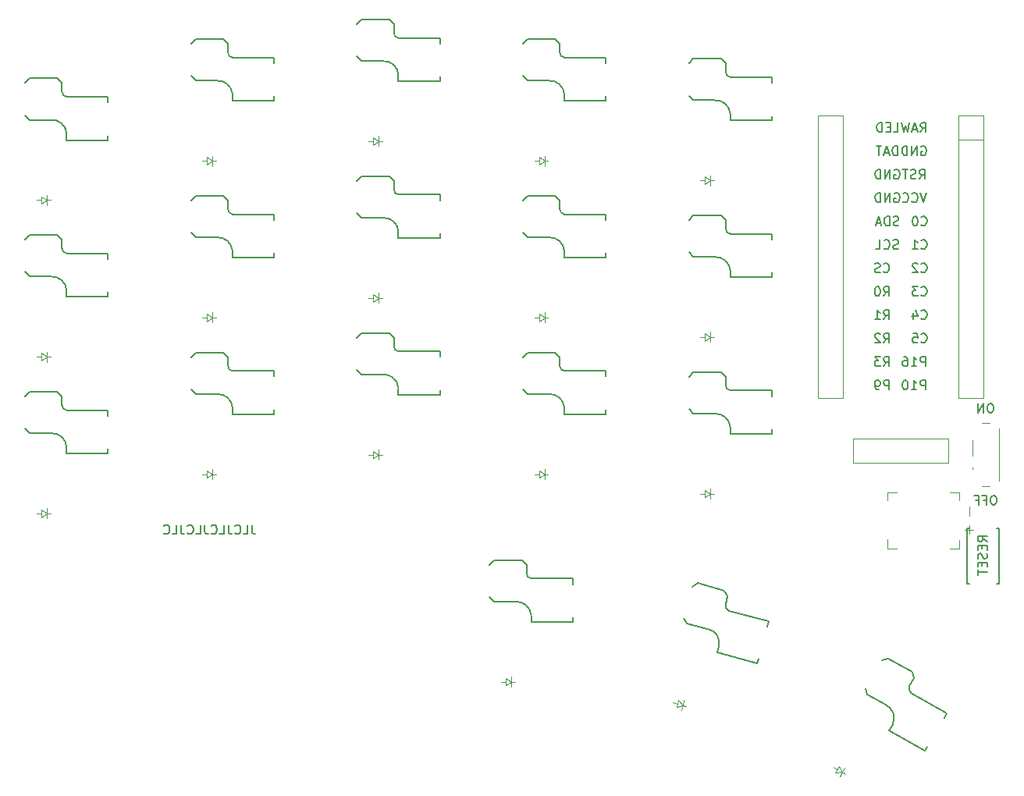
<source format=gbo>
G04 #@! TF.GenerationSoftware,KiCad,Pcbnew,8.0.6+1*
G04 #@! TF.CreationDate,2024-11-30T16:17:57+00:00*
G04 #@! TF.ProjectId,corney_island_wireless_autorouted,636f726e-6579-45f6-9973-6c616e645f77,0.2*
G04 #@! TF.SameCoordinates,Original*
G04 #@! TF.FileFunction,Legend,Bot*
G04 #@! TF.FilePolarity,Positive*
%FSLAX46Y46*%
G04 Gerber Fmt 4.6, Leading zero omitted, Abs format (unit mm)*
G04 Created by KiCad (PCBNEW 8.0.6+1) date 2024-11-30 16:17:57*
%MOMM*%
%LPD*%
G01*
G04 APERTURE LIST*
%ADD10C,0.150000*%
%ADD11C,0.120000*%
%ADD12C,0.100000*%
%ADD13C,2.100000*%
%ADD14C,4.400000*%
%ADD15C,2.000000*%
%ADD16C,3.100000*%
%ADD17C,3.500000*%
%ADD18C,1.800000*%
%ADD19C,0.900000*%
%ADD20C,1.000000*%
%ADD21C,2.300000*%
%ADD22O,1.850000X1.300000*%
%ADD23O,1.800000X1.800000*%
G04 APERTURE END LIST*
D10*
X122619048Y-106254819D02*
X122619048Y-106969104D01*
X122619048Y-106969104D02*
X122666667Y-107111961D01*
X122666667Y-107111961D02*
X122761905Y-107207200D01*
X122761905Y-107207200D02*
X122904762Y-107254819D01*
X122904762Y-107254819D02*
X123000000Y-107254819D01*
X121666667Y-107254819D02*
X122142857Y-107254819D01*
X122142857Y-107254819D02*
X122142857Y-106254819D01*
X120761905Y-107159580D02*
X120809524Y-107207200D01*
X120809524Y-107207200D02*
X120952381Y-107254819D01*
X120952381Y-107254819D02*
X121047619Y-107254819D01*
X121047619Y-107254819D02*
X121190476Y-107207200D01*
X121190476Y-107207200D02*
X121285714Y-107111961D01*
X121285714Y-107111961D02*
X121333333Y-107016723D01*
X121333333Y-107016723D02*
X121380952Y-106826247D01*
X121380952Y-106826247D02*
X121380952Y-106683390D01*
X121380952Y-106683390D02*
X121333333Y-106492914D01*
X121333333Y-106492914D02*
X121285714Y-106397676D01*
X121285714Y-106397676D02*
X121190476Y-106302438D01*
X121190476Y-106302438D02*
X121047619Y-106254819D01*
X121047619Y-106254819D02*
X120952381Y-106254819D01*
X120952381Y-106254819D02*
X120809524Y-106302438D01*
X120809524Y-106302438D02*
X120761905Y-106350057D01*
X120047619Y-106254819D02*
X120047619Y-106969104D01*
X120047619Y-106969104D02*
X120095238Y-107111961D01*
X120095238Y-107111961D02*
X120190476Y-107207200D01*
X120190476Y-107207200D02*
X120333333Y-107254819D01*
X120333333Y-107254819D02*
X120428571Y-107254819D01*
X119095238Y-107254819D02*
X119571428Y-107254819D01*
X119571428Y-107254819D02*
X119571428Y-106254819D01*
X118190476Y-107159580D02*
X118238095Y-107207200D01*
X118238095Y-107207200D02*
X118380952Y-107254819D01*
X118380952Y-107254819D02*
X118476190Y-107254819D01*
X118476190Y-107254819D02*
X118619047Y-107207200D01*
X118619047Y-107207200D02*
X118714285Y-107111961D01*
X118714285Y-107111961D02*
X118761904Y-107016723D01*
X118761904Y-107016723D02*
X118809523Y-106826247D01*
X118809523Y-106826247D02*
X118809523Y-106683390D01*
X118809523Y-106683390D02*
X118761904Y-106492914D01*
X118761904Y-106492914D02*
X118714285Y-106397676D01*
X118714285Y-106397676D02*
X118619047Y-106302438D01*
X118619047Y-106302438D02*
X118476190Y-106254819D01*
X118476190Y-106254819D02*
X118380952Y-106254819D01*
X118380952Y-106254819D02*
X118238095Y-106302438D01*
X118238095Y-106302438D02*
X118190476Y-106350057D01*
X117476190Y-106254819D02*
X117476190Y-106969104D01*
X117476190Y-106969104D02*
X117523809Y-107111961D01*
X117523809Y-107111961D02*
X117619047Y-107207200D01*
X117619047Y-107207200D02*
X117761904Y-107254819D01*
X117761904Y-107254819D02*
X117857142Y-107254819D01*
X116523809Y-107254819D02*
X116999999Y-107254819D01*
X116999999Y-107254819D02*
X116999999Y-106254819D01*
X115619047Y-107159580D02*
X115666666Y-107207200D01*
X115666666Y-107207200D02*
X115809523Y-107254819D01*
X115809523Y-107254819D02*
X115904761Y-107254819D01*
X115904761Y-107254819D02*
X116047618Y-107207200D01*
X116047618Y-107207200D02*
X116142856Y-107111961D01*
X116142856Y-107111961D02*
X116190475Y-107016723D01*
X116190475Y-107016723D02*
X116238094Y-106826247D01*
X116238094Y-106826247D02*
X116238094Y-106683390D01*
X116238094Y-106683390D02*
X116190475Y-106492914D01*
X116190475Y-106492914D02*
X116142856Y-106397676D01*
X116142856Y-106397676D02*
X116047618Y-106302438D01*
X116047618Y-106302438D02*
X115904761Y-106254819D01*
X115904761Y-106254819D02*
X115809523Y-106254819D01*
X115809523Y-106254819D02*
X115666666Y-106302438D01*
X115666666Y-106302438D02*
X115619047Y-106350057D01*
X114904761Y-106254819D02*
X114904761Y-106969104D01*
X114904761Y-106969104D02*
X114952380Y-107111961D01*
X114952380Y-107111961D02*
X115047618Y-107207200D01*
X115047618Y-107207200D02*
X115190475Y-107254819D01*
X115190475Y-107254819D02*
X115285713Y-107254819D01*
X113952380Y-107254819D02*
X114428570Y-107254819D01*
X114428570Y-107254819D02*
X114428570Y-106254819D01*
X113047618Y-107159580D02*
X113095237Y-107207200D01*
X113095237Y-107207200D02*
X113238094Y-107254819D01*
X113238094Y-107254819D02*
X113333332Y-107254819D01*
X113333332Y-107254819D02*
X113476189Y-107207200D01*
X113476189Y-107207200D02*
X113571427Y-107111961D01*
X113571427Y-107111961D02*
X113619046Y-107016723D01*
X113619046Y-107016723D02*
X113666665Y-106826247D01*
X113666665Y-106826247D02*
X113666665Y-106683390D01*
X113666665Y-106683390D02*
X113619046Y-106492914D01*
X113619046Y-106492914D02*
X113571427Y-106397676D01*
X113571427Y-106397676D02*
X113476189Y-106302438D01*
X113476189Y-106302438D02*
X113333332Y-106254819D01*
X113333332Y-106254819D02*
X113238094Y-106254819D01*
X113238094Y-106254819D02*
X113095237Y-106302438D01*
X113095237Y-106302438D02*
X113047618Y-106350057D01*
X202354819Y-108045618D02*
X201878628Y-107712285D01*
X202354819Y-107474190D02*
X201354819Y-107474190D01*
X201354819Y-107474190D02*
X201354819Y-107855142D01*
X201354819Y-107855142D02*
X201402438Y-107950380D01*
X201402438Y-107950380D02*
X201450057Y-107997999D01*
X201450057Y-107997999D02*
X201545295Y-108045618D01*
X201545295Y-108045618D02*
X201688152Y-108045618D01*
X201688152Y-108045618D02*
X201783390Y-107997999D01*
X201783390Y-107997999D02*
X201831009Y-107950380D01*
X201831009Y-107950380D02*
X201878628Y-107855142D01*
X201878628Y-107855142D02*
X201878628Y-107474190D01*
X201831009Y-108474190D02*
X201831009Y-108807523D01*
X202354819Y-108950380D02*
X202354819Y-108474190D01*
X202354819Y-108474190D02*
X201354819Y-108474190D01*
X201354819Y-108474190D02*
X201354819Y-108950380D01*
X202307200Y-109331333D02*
X202354819Y-109474190D01*
X202354819Y-109474190D02*
X202354819Y-109712285D01*
X202354819Y-109712285D02*
X202307200Y-109807523D01*
X202307200Y-109807523D02*
X202259580Y-109855142D01*
X202259580Y-109855142D02*
X202164342Y-109902761D01*
X202164342Y-109902761D02*
X202069104Y-109902761D01*
X202069104Y-109902761D02*
X201973866Y-109855142D01*
X201973866Y-109855142D02*
X201926247Y-109807523D01*
X201926247Y-109807523D02*
X201878628Y-109712285D01*
X201878628Y-109712285D02*
X201831009Y-109521809D01*
X201831009Y-109521809D02*
X201783390Y-109426571D01*
X201783390Y-109426571D02*
X201735771Y-109378952D01*
X201735771Y-109378952D02*
X201640533Y-109331333D01*
X201640533Y-109331333D02*
X201545295Y-109331333D01*
X201545295Y-109331333D02*
X201450057Y-109378952D01*
X201450057Y-109378952D02*
X201402438Y-109426571D01*
X201402438Y-109426571D02*
X201354819Y-109521809D01*
X201354819Y-109521809D02*
X201354819Y-109759904D01*
X201354819Y-109759904D02*
X201402438Y-109902761D01*
X201831009Y-110331333D02*
X201831009Y-110664666D01*
X202354819Y-110807523D02*
X202354819Y-110331333D01*
X202354819Y-110331333D02*
X201354819Y-110331333D01*
X201354819Y-110331333D02*
X201354819Y-110807523D01*
X201354819Y-111093238D02*
X201354819Y-111664666D01*
X202354819Y-111378952D02*
X201354819Y-111378952D01*
X195206666Y-76229580D02*
X195254285Y-76277200D01*
X195254285Y-76277200D02*
X195397142Y-76324819D01*
X195397142Y-76324819D02*
X195492380Y-76324819D01*
X195492380Y-76324819D02*
X195635237Y-76277200D01*
X195635237Y-76277200D02*
X195730475Y-76181961D01*
X195730475Y-76181961D02*
X195778094Y-76086723D01*
X195778094Y-76086723D02*
X195825713Y-75896247D01*
X195825713Y-75896247D02*
X195825713Y-75753390D01*
X195825713Y-75753390D02*
X195778094Y-75562914D01*
X195778094Y-75562914D02*
X195730475Y-75467676D01*
X195730475Y-75467676D02*
X195635237Y-75372438D01*
X195635237Y-75372438D02*
X195492380Y-75324819D01*
X195492380Y-75324819D02*
X195397142Y-75324819D01*
X195397142Y-75324819D02*
X195254285Y-75372438D01*
X195254285Y-75372438D02*
X195206666Y-75420057D01*
X194254285Y-76324819D02*
X194825713Y-76324819D01*
X194539999Y-76324819D02*
X194539999Y-75324819D01*
X194539999Y-75324819D02*
X194635237Y-75467676D01*
X194635237Y-75467676D02*
X194730475Y-75562914D01*
X194730475Y-75562914D02*
X194825713Y-75610533D01*
X195664285Y-91564819D02*
X195664285Y-90564819D01*
X195664285Y-90564819D02*
X195283333Y-90564819D01*
X195283333Y-90564819D02*
X195188095Y-90612438D01*
X195188095Y-90612438D02*
X195140476Y-90660057D01*
X195140476Y-90660057D02*
X195092857Y-90755295D01*
X195092857Y-90755295D02*
X195092857Y-90898152D01*
X195092857Y-90898152D02*
X195140476Y-90993390D01*
X195140476Y-90993390D02*
X195188095Y-91041009D01*
X195188095Y-91041009D02*
X195283333Y-91088628D01*
X195283333Y-91088628D02*
X195664285Y-91088628D01*
X194140476Y-91564819D02*
X194711904Y-91564819D01*
X194426190Y-91564819D02*
X194426190Y-90564819D01*
X194426190Y-90564819D02*
X194521428Y-90707676D01*
X194521428Y-90707676D02*
X194616666Y-90802914D01*
X194616666Y-90802914D02*
X194711904Y-90850533D01*
X193521428Y-90564819D02*
X193426190Y-90564819D01*
X193426190Y-90564819D02*
X193330952Y-90612438D01*
X193330952Y-90612438D02*
X193283333Y-90660057D01*
X193283333Y-90660057D02*
X193235714Y-90755295D01*
X193235714Y-90755295D02*
X193188095Y-90945771D01*
X193188095Y-90945771D02*
X193188095Y-91183866D01*
X193188095Y-91183866D02*
X193235714Y-91374342D01*
X193235714Y-91374342D02*
X193283333Y-91469580D01*
X193283333Y-91469580D02*
X193330952Y-91517200D01*
X193330952Y-91517200D02*
X193426190Y-91564819D01*
X193426190Y-91564819D02*
X193521428Y-91564819D01*
X193521428Y-91564819D02*
X193616666Y-91517200D01*
X193616666Y-91517200D02*
X193664285Y-91469580D01*
X193664285Y-91469580D02*
X193711904Y-91374342D01*
X193711904Y-91374342D02*
X193759523Y-91183866D01*
X193759523Y-91183866D02*
X193759523Y-90945771D01*
X193759523Y-90945771D02*
X193711904Y-90755295D01*
X193711904Y-90755295D02*
X193664285Y-90660057D01*
X193664285Y-90660057D02*
X193616666Y-90612438D01*
X193616666Y-90612438D02*
X193521428Y-90564819D01*
X192740475Y-76277200D02*
X192597618Y-76324819D01*
X192597618Y-76324819D02*
X192359523Y-76324819D01*
X192359523Y-76324819D02*
X192264285Y-76277200D01*
X192264285Y-76277200D02*
X192216666Y-76229580D01*
X192216666Y-76229580D02*
X192169047Y-76134342D01*
X192169047Y-76134342D02*
X192169047Y-76039104D01*
X192169047Y-76039104D02*
X192216666Y-75943866D01*
X192216666Y-75943866D02*
X192264285Y-75896247D01*
X192264285Y-75896247D02*
X192359523Y-75848628D01*
X192359523Y-75848628D02*
X192549999Y-75801009D01*
X192549999Y-75801009D02*
X192645237Y-75753390D01*
X192645237Y-75753390D02*
X192692856Y-75705771D01*
X192692856Y-75705771D02*
X192740475Y-75610533D01*
X192740475Y-75610533D02*
X192740475Y-75515295D01*
X192740475Y-75515295D02*
X192692856Y-75420057D01*
X192692856Y-75420057D02*
X192645237Y-75372438D01*
X192645237Y-75372438D02*
X192549999Y-75324819D01*
X192549999Y-75324819D02*
X192311904Y-75324819D01*
X192311904Y-75324819D02*
X192169047Y-75372438D01*
X191169047Y-76229580D02*
X191216666Y-76277200D01*
X191216666Y-76277200D02*
X191359523Y-76324819D01*
X191359523Y-76324819D02*
X191454761Y-76324819D01*
X191454761Y-76324819D02*
X191597618Y-76277200D01*
X191597618Y-76277200D02*
X191692856Y-76181961D01*
X191692856Y-76181961D02*
X191740475Y-76086723D01*
X191740475Y-76086723D02*
X191788094Y-75896247D01*
X191788094Y-75896247D02*
X191788094Y-75753390D01*
X191788094Y-75753390D02*
X191740475Y-75562914D01*
X191740475Y-75562914D02*
X191692856Y-75467676D01*
X191692856Y-75467676D02*
X191597618Y-75372438D01*
X191597618Y-75372438D02*
X191454761Y-75324819D01*
X191454761Y-75324819D02*
X191359523Y-75324819D01*
X191359523Y-75324819D02*
X191216666Y-75372438D01*
X191216666Y-75372438D02*
X191169047Y-75420057D01*
X190264285Y-76324819D02*
X190740475Y-76324819D01*
X190740475Y-76324819D02*
X190740475Y-75324819D01*
X195783332Y-70244819D02*
X195449999Y-71244819D01*
X195449999Y-71244819D02*
X195116666Y-70244819D01*
X194211904Y-71149580D02*
X194259523Y-71197200D01*
X194259523Y-71197200D02*
X194402380Y-71244819D01*
X194402380Y-71244819D02*
X194497618Y-71244819D01*
X194497618Y-71244819D02*
X194640475Y-71197200D01*
X194640475Y-71197200D02*
X194735713Y-71101961D01*
X194735713Y-71101961D02*
X194783332Y-71006723D01*
X194783332Y-71006723D02*
X194830951Y-70816247D01*
X194830951Y-70816247D02*
X194830951Y-70673390D01*
X194830951Y-70673390D02*
X194783332Y-70482914D01*
X194783332Y-70482914D02*
X194735713Y-70387676D01*
X194735713Y-70387676D02*
X194640475Y-70292438D01*
X194640475Y-70292438D02*
X194497618Y-70244819D01*
X194497618Y-70244819D02*
X194402380Y-70244819D01*
X194402380Y-70244819D02*
X194259523Y-70292438D01*
X194259523Y-70292438D02*
X194211904Y-70340057D01*
X193211904Y-71149580D02*
X193259523Y-71197200D01*
X193259523Y-71197200D02*
X193402380Y-71244819D01*
X193402380Y-71244819D02*
X193497618Y-71244819D01*
X193497618Y-71244819D02*
X193640475Y-71197200D01*
X193640475Y-71197200D02*
X193735713Y-71101961D01*
X193735713Y-71101961D02*
X193783332Y-71006723D01*
X193783332Y-71006723D02*
X193830951Y-70816247D01*
X193830951Y-70816247D02*
X193830951Y-70673390D01*
X193830951Y-70673390D02*
X193783332Y-70482914D01*
X193783332Y-70482914D02*
X193735713Y-70387676D01*
X193735713Y-70387676D02*
X193640475Y-70292438D01*
X193640475Y-70292438D02*
X193497618Y-70244819D01*
X193497618Y-70244819D02*
X193402380Y-70244819D01*
X193402380Y-70244819D02*
X193259523Y-70292438D01*
X193259523Y-70292438D02*
X193211904Y-70340057D01*
X192192857Y-63624819D02*
X192669047Y-63624819D01*
X192669047Y-63624819D02*
X192669047Y-62624819D01*
X191859523Y-63101009D02*
X191526190Y-63101009D01*
X191383333Y-63624819D02*
X191859523Y-63624819D01*
X191859523Y-63624819D02*
X191859523Y-62624819D01*
X191859523Y-62624819D02*
X191383333Y-62624819D01*
X190954761Y-63624819D02*
X190954761Y-62624819D01*
X190954761Y-62624819D02*
X190716666Y-62624819D01*
X190716666Y-62624819D02*
X190573809Y-62672438D01*
X190573809Y-62672438D02*
X190478571Y-62767676D01*
X190478571Y-62767676D02*
X190430952Y-62862914D01*
X190430952Y-62862914D02*
X190383333Y-63053390D01*
X190383333Y-63053390D02*
X190383333Y-63196247D01*
X190383333Y-63196247D02*
X190430952Y-63386723D01*
X190430952Y-63386723D02*
X190478571Y-63481961D01*
X190478571Y-63481961D02*
X190573809Y-63577200D01*
X190573809Y-63577200D02*
X190716666Y-63624819D01*
X190716666Y-63624819D02*
X190954761Y-63624819D01*
X191126666Y-89024819D02*
X191459999Y-88548628D01*
X191698094Y-89024819D02*
X191698094Y-88024819D01*
X191698094Y-88024819D02*
X191317142Y-88024819D01*
X191317142Y-88024819D02*
X191221904Y-88072438D01*
X191221904Y-88072438D02*
X191174285Y-88120057D01*
X191174285Y-88120057D02*
X191126666Y-88215295D01*
X191126666Y-88215295D02*
X191126666Y-88358152D01*
X191126666Y-88358152D02*
X191174285Y-88453390D01*
X191174285Y-88453390D02*
X191221904Y-88501009D01*
X191221904Y-88501009D02*
X191317142Y-88548628D01*
X191317142Y-88548628D02*
X191698094Y-88548628D01*
X190793332Y-88024819D02*
X190174285Y-88024819D01*
X190174285Y-88024819D02*
X190507618Y-88405771D01*
X190507618Y-88405771D02*
X190364761Y-88405771D01*
X190364761Y-88405771D02*
X190269523Y-88453390D01*
X190269523Y-88453390D02*
X190221904Y-88501009D01*
X190221904Y-88501009D02*
X190174285Y-88596247D01*
X190174285Y-88596247D02*
X190174285Y-88834342D01*
X190174285Y-88834342D02*
X190221904Y-88929580D01*
X190221904Y-88929580D02*
X190269523Y-88977200D01*
X190269523Y-88977200D02*
X190364761Y-89024819D01*
X190364761Y-89024819D02*
X190650475Y-89024819D01*
X190650475Y-89024819D02*
X190745713Y-88977200D01*
X190745713Y-88977200D02*
X190793332Y-88929580D01*
X195206666Y-73689580D02*
X195254285Y-73737200D01*
X195254285Y-73737200D02*
X195397142Y-73784819D01*
X195397142Y-73784819D02*
X195492380Y-73784819D01*
X195492380Y-73784819D02*
X195635237Y-73737200D01*
X195635237Y-73737200D02*
X195730475Y-73641961D01*
X195730475Y-73641961D02*
X195778094Y-73546723D01*
X195778094Y-73546723D02*
X195825713Y-73356247D01*
X195825713Y-73356247D02*
X195825713Y-73213390D01*
X195825713Y-73213390D02*
X195778094Y-73022914D01*
X195778094Y-73022914D02*
X195730475Y-72927676D01*
X195730475Y-72927676D02*
X195635237Y-72832438D01*
X195635237Y-72832438D02*
X195492380Y-72784819D01*
X195492380Y-72784819D02*
X195397142Y-72784819D01*
X195397142Y-72784819D02*
X195254285Y-72832438D01*
X195254285Y-72832438D02*
X195206666Y-72880057D01*
X194587618Y-72784819D02*
X194492380Y-72784819D01*
X194492380Y-72784819D02*
X194397142Y-72832438D01*
X194397142Y-72832438D02*
X194349523Y-72880057D01*
X194349523Y-72880057D02*
X194301904Y-72975295D01*
X194301904Y-72975295D02*
X194254285Y-73165771D01*
X194254285Y-73165771D02*
X194254285Y-73403866D01*
X194254285Y-73403866D02*
X194301904Y-73594342D01*
X194301904Y-73594342D02*
X194349523Y-73689580D01*
X194349523Y-73689580D02*
X194397142Y-73737200D01*
X194397142Y-73737200D02*
X194492380Y-73784819D01*
X194492380Y-73784819D02*
X194587618Y-73784819D01*
X194587618Y-73784819D02*
X194682856Y-73737200D01*
X194682856Y-73737200D02*
X194730475Y-73689580D01*
X194730475Y-73689580D02*
X194778094Y-73594342D01*
X194778094Y-73594342D02*
X194825713Y-73403866D01*
X194825713Y-73403866D02*
X194825713Y-73165771D01*
X194825713Y-73165771D02*
X194778094Y-72975295D01*
X194778094Y-72975295D02*
X194730475Y-72880057D01*
X194730475Y-72880057D02*
X194682856Y-72832438D01*
X194682856Y-72832438D02*
X194587618Y-72784819D01*
X191126666Y-81404819D02*
X191459999Y-80928628D01*
X191698094Y-81404819D02*
X191698094Y-80404819D01*
X191698094Y-80404819D02*
X191317142Y-80404819D01*
X191317142Y-80404819D02*
X191221904Y-80452438D01*
X191221904Y-80452438D02*
X191174285Y-80500057D01*
X191174285Y-80500057D02*
X191126666Y-80595295D01*
X191126666Y-80595295D02*
X191126666Y-80738152D01*
X191126666Y-80738152D02*
X191174285Y-80833390D01*
X191174285Y-80833390D02*
X191221904Y-80881009D01*
X191221904Y-80881009D02*
X191317142Y-80928628D01*
X191317142Y-80928628D02*
X191698094Y-80928628D01*
X190507618Y-80404819D02*
X190412380Y-80404819D01*
X190412380Y-80404819D02*
X190317142Y-80452438D01*
X190317142Y-80452438D02*
X190269523Y-80500057D01*
X190269523Y-80500057D02*
X190221904Y-80595295D01*
X190221904Y-80595295D02*
X190174285Y-80785771D01*
X190174285Y-80785771D02*
X190174285Y-81023866D01*
X190174285Y-81023866D02*
X190221904Y-81214342D01*
X190221904Y-81214342D02*
X190269523Y-81309580D01*
X190269523Y-81309580D02*
X190317142Y-81357200D01*
X190317142Y-81357200D02*
X190412380Y-81404819D01*
X190412380Y-81404819D02*
X190507618Y-81404819D01*
X190507618Y-81404819D02*
X190602856Y-81357200D01*
X190602856Y-81357200D02*
X190650475Y-81309580D01*
X190650475Y-81309580D02*
X190698094Y-81214342D01*
X190698094Y-81214342D02*
X190745713Y-81023866D01*
X190745713Y-81023866D02*
X190745713Y-80785771D01*
X190745713Y-80785771D02*
X190698094Y-80595295D01*
X190698094Y-80595295D02*
X190650475Y-80500057D01*
X190650475Y-80500057D02*
X190602856Y-80452438D01*
X190602856Y-80452438D02*
X190507618Y-80404819D01*
X192311904Y-67752438D02*
X192407142Y-67704819D01*
X192407142Y-67704819D02*
X192549999Y-67704819D01*
X192549999Y-67704819D02*
X192692856Y-67752438D01*
X192692856Y-67752438D02*
X192788094Y-67847676D01*
X192788094Y-67847676D02*
X192835713Y-67942914D01*
X192835713Y-67942914D02*
X192883332Y-68133390D01*
X192883332Y-68133390D02*
X192883332Y-68276247D01*
X192883332Y-68276247D02*
X192835713Y-68466723D01*
X192835713Y-68466723D02*
X192788094Y-68561961D01*
X192788094Y-68561961D02*
X192692856Y-68657200D01*
X192692856Y-68657200D02*
X192549999Y-68704819D01*
X192549999Y-68704819D02*
X192454761Y-68704819D01*
X192454761Y-68704819D02*
X192311904Y-68657200D01*
X192311904Y-68657200D02*
X192264285Y-68609580D01*
X192264285Y-68609580D02*
X192264285Y-68276247D01*
X192264285Y-68276247D02*
X192454761Y-68276247D01*
X191835713Y-68704819D02*
X191835713Y-67704819D01*
X191835713Y-67704819D02*
X191264285Y-68704819D01*
X191264285Y-68704819D02*
X191264285Y-67704819D01*
X190788094Y-68704819D02*
X190788094Y-67704819D01*
X190788094Y-67704819D02*
X190549999Y-67704819D01*
X190549999Y-67704819D02*
X190407142Y-67752438D01*
X190407142Y-67752438D02*
X190311904Y-67847676D01*
X190311904Y-67847676D02*
X190264285Y-67942914D01*
X190264285Y-67942914D02*
X190216666Y-68133390D01*
X190216666Y-68133390D02*
X190216666Y-68276247D01*
X190216666Y-68276247D02*
X190264285Y-68466723D01*
X190264285Y-68466723D02*
X190311904Y-68561961D01*
X190311904Y-68561961D02*
X190407142Y-68657200D01*
X190407142Y-68657200D02*
X190549999Y-68704819D01*
X190549999Y-68704819D02*
X190788094Y-68704819D01*
X195664285Y-89024819D02*
X195664285Y-88024819D01*
X195664285Y-88024819D02*
X195283333Y-88024819D01*
X195283333Y-88024819D02*
X195188095Y-88072438D01*
X195188095Y-88072438D02*
X195140476Y-88120057D01*
X195140476Y-88120057D02*
X195092857Y-88215295D01*
X195092857Y-88215295D02*
X195092857Y-88358152D01*
X195092857Y-88358152D02*
X195140476Y-88453390D01*
X195140476Y-88453390D02*
X195188095Y-88501009D01*
X195188095Y-88501009D02*
X195283333Y-88548628D01*
X195283333Y-88548628D02*
X195664285Y-88548628D01*
X194140476Y-89024819D02*
X194711904Y-89024819D01*
X194426190Y-89024819D02*
X194426190Y-88024819D01*
X194426190Y-88024819D02*
X194521428Y-88167676D01*
X194521428Y-88167676D02*
X194616666Y-88262914D01*
X194616666Y-88262914D02*
X194711904Y-88310533D01*
X193283333Y-88024819D02*
X193473809Y-88024819D01*
X193473809Y-88024819D02*
X193569047Y-88072438D01*
X193569047Y-88072438D02*
X193616666Y-88120057D01*
X193616666Y-88120057D02*
X193711904Y-88262914D01*
X193711904Y-88262914D02*
X193759523Y-88453390D01*
X193759523Y-88453390D02*
X193759523Y-88834342D01*
X193759523Y-88834342D02*
X193711904Y-88929580D01*
X193711904Y-88929580D02*
X193664285Y-88977200D01*
X193664285Y-88977200D02*
X193569047Y-89024819D01*
X193569047Y-89024819D02*
X193378571Y-89024819D01*
X193378571Y-89024819D02*
X193283333Y-88977200D01*
X193283333Y-88977200D02*
X193235714Y-88929580D01*
X193235714Y-88929580D02*
X193188095Y-88834342D01*
X193188095Y-88834342D02*
X193188095Y-88596247D01*
X193188095Y-88596247D02*
X193235714Y-88501009D01*
X193235714Y-88501009D02*
X193283333Y-88453390D01*
X193283333Y-88453390D02*
X193378571Y-88405771D01*
X193378571Y-88405771D02*
X193569047Y-88405771D01*
X193569047Y-88405771D02*
X193664285Y-88453390D01*
X193664285Y-88453390D02*
X193711904Y-88501009D01*
X193711904Y-88501009D02*
X193759523Y-88596247D01*
X194997619Y-68704819D02*
X195330952Y-68228628D01*
X195569047Y-68704819D02*
X195569047Y-67704819D01*
X195569047Y-67704819D02*
X195188095Y-67704819D01*
X195188095Y-67704819D02*
X195092857Y-67752438D01*
X195092857Y-67752438D02*
X195045238Y-67800057D01*
X195045238Y-67800057D02*
X194997619Y-67895295D01*
X194997619Y-67895295D02*
X194997619Y-68038152D01*
X194997619Y-68038152D02*
X195045238Y-68133390D01*
X195045238Y-68133390D02*
X195092857Y-68181009D01*
X195092857Y-68181009D02*
X195188095Y-68228628D01*
X195188095Y-68228628D02*
X195569047Y-68228628D01*
X194616666Y-68657200D02*
X194473809Y-68704819D01*
X194473809Y-68704819D02*
X194235714Y-68704819D01*
X194235714Y-68704819D02*
X194140476Y-68657200D01*
X194140476Y-68657200D02*
X194092857Y-68609580D01*
X194092857Y-68609580D02*
X194045238Y-68514342D01*
X194045238Y-68514342D02*
X194045238Y-68419104D01*
X194045238Y-68419104D02*
X194092857Y-68323866D01*
X194092857Y-68323866D02*
X194140476Y-68276247D01*
X194140476Y-68276247D02*
X194235714Y-68228628D01*
X194235714Y-68228628D02*
X194426190Y-68181009D01*
X194426190Y-68181009D02*
X194521428Y-68133390D01*
X194521428Y-68133390D02*
X194569047Y-68085771D01*
X194569047Y-68085771D02*
X194616666Y-67990533D01*
X194616666Y-67990533D02*
X194616666Y-67895295D01*
X194616666Y-67895295D02*
X194569047Y-67800057D01*
X194569047Y-67800057D02*
X194521428Y-67752438D01*
X194521428Y-67752438D02*
X194426190Y-67704819D01*
X194426190Y-67704819D02*
X194188095Y-67704819D01*
X194188095Y-67704819D02*
X194045238Y-67752438D01*
X193759523Y-67704819D02*
X193188095Y-67704819D01*
X193473809Y-68704819D02*
X193473809Y-67704819D01*
X195206666Y-86389580D02*
X195254285Y-86437200D01*
X195254285Y-86437200D02*
X195397142Y-86484819D01*
X195397142Y-86484819D02*
X195492380Y-86484819D01*
X195492380Y-86484819D02*
X195635237Y-86437200D01*
X195635237Y-86437200D02*
X195730475Y-86341961D01*
X195730475Y-86341961D02*
X195778094Y-86246723D01*
X195778094Y-86246723D02*
X195825713Y-86056247D01*
X195825713Y-86056247D02*
X195825713Y-85913390D01*
X195825713Y-85913390D02*
X195778094Y-85722914D01*
X195778094Y-85722914D02*
X195730475Y-85627676D01*
X195730475Y-85627676D02*
X195635237Y-85532438D01*
X195635237Y-85532438D02*
X195492380Y-85484819D01*
X195492380Y-85484819D02*
X195397142Y-85484819D01*
X195397142Y-85484819D02*
X195254285Y-85532438D01*
X195254285Y-85532438D02*
X195206666Y-85580057D01*
X194301904Y-85484819D02*
X194778094Y-85484819D01*
X194778094Y-85484819D02*
X194825713Y-85961009D01*
X194825713Y-85961009D02*
X194778094Y-85913390D01*
X194778094Y-85913390D02*
X194682856Y-85865771D01*
X194682856Y-85865771D02*
X194444761Y-85865771D01*
X194444761Y-85865771D02*
X194349523Y-85913390D01*
X194349523Y-85913390D02*
X194301904Y-85961009D01*
X194301904Y-85961009D02*
X194254285Y-86056247D01*
X194254285Y-86056247D02*
X194254285Y-86294342D01*
X194254285Y-86294342D02*
X194301904Y-86389580D01*
X194301904Y-86389580D02*
X194349523Y-86437200D01*
X194349523Y-86437200D02*
X194444761Y-86484819D01*
X194444761Y-86484819D02*
X194682856Y-86484819D01*
X194682856Y-86484819D02*
X194778094Y-86437200D01*
X194778094Y-86437200D02*
X194825713Y-86389580D01*
X191126666Y-86484819D02*
X191459999Y-86008628D01*
X191698094Y-86484819D02*
X191698094Y-85484819D01*
X191698094Y-85484819D02*
X191317142Y-85484819D01*
X191317142Y-85484819D02*
X191221904Y-85532438D01*
X191221904Y-85532438D02*
X191174285Y-85580057D01*
X191174285Y-85580057D02*
X191126666Y-85675295D01*
X191126666Y-85675295D02*
X191126666Y-85818152D01*
X191126666Y-85818152D02*
X191174285Y-85913390D01*
X191174285Y-85913390D02*
X191221904Y-85961009D01*
X191221904Y-85961009D02*
X191317142Y-86008628D01*
X191317142Y-86008628D02*
X191698094Y-86008628D01*
X190745713Y-85580057D02*
X190698094Y-85532438D01*
X190698094Y-85532438D02*
X190602856Y-85484819D01*
X190602856Y-85484819D02*
X190364761Y-85484819D01*
X190364761Y-85484819D02*
X190269523Y-85532438D01*
X190269523Y-85532438D02*
X190221904Y-85580057D01*
X190221904Y-85580057D02*
X190174285Y-85675295D01*
X190174285Y-85675295D02*
X190174285Y-85770533D01*
X190174285Y-85770533D02*
X190221904Y-85913390D01*
X190221904Y-85913390D02*
X190793332Y-86484819D01*
X190793332Y-86484819D02*
X190174285Y-86484819D01*
X192311904Y-70292438D02*
X192407142Y-70244819D01*
X192407142Y-70244819D02*
X192549999Y-70244819D01*
X192549999Y-70244819D02*
X192692856Y-70292438D01*
X192692856Y-70292438D02*
X192788094Y-70387676D01*
X192788094Y-70387676D02*
X192835713Y-70482914D01*
X192835713Y-70482914D02*
X192883332Y-70673390D01*
X192883332Y-70673390D02*
X192883332Y-70816247D01*
X192883332Y-70816247D02*
X192835713Y-71006723D01*
X192835713Y-71006723D02*
X192788094Y-71101961D01*
X192788094Y-71101961D02*
X192692856Y-71197200D01*
X192692856Y-71197200D02*
X192549999Y-71244819D01*
X192549999Y-71244819D02*
X192454761Y-71244819D01*
X192454761Y-71244819D02*
X192311904Y-71197200D01*
X192311904Y-71197200D02*
X192264285Y-71149580D01*
X192264285Y-71149580D02*
X192264285Y-70816247D01*
X192264285Y-70816247D02*
X192454761Y-70816247D01*
X191835713Y-71244819D02*
X191835713Y-70244819D01*
X191835713Y-70244819D02*
X191264285Y-71244819D01*
X191264285Y-71244819D02*
X191264285Y-70244819D01*
X190788094Y-71244819D02*
X190788094Y-70244819D01*
X190788094Y-70244819D02*
X190549999Y-70244819D01*
X190549999Y-70244819D02*
X190407142Y-70292438D01*
X190407142Y-70292438D02*
X190311904Y-70387676D01*
X190311904Y-70387676D02*
X190264285Y-70482914D01*
X190264285Y-70482914D02*
X190216666Y-70673390D01*
X190216666Y-70673390D02*
X190216666Y-70816247D01*
X190216666Y-70816247D02*
X190264285Y-71006723D01*
X190264285Y-71006723D02*
X190311904Y-71101961D01*
X190311904Y-71101961D02*
X190407142Y-71197200D01*
X190407142Y-71197200D02*
X190549999Y-71244819D01*
X190549999Y-71244819D02*
X190788094Y-71244819D01*
X195140476Y-63624819D02*
X195473809Y-63148628D01*
X195711904Y-63624819D02*
X195711904Y-62624819D01*
X195711904Y-62624819D02*
X195330952Y-62624819D01*
X195330952Y-62624819D02*
X195235714Y-62672438D01*
X195235714Y-62672438D02*
X195188095Y-62720057D01*
X195188095Y-62720057D02*
X195140476Y-62815295D01*
X195140476Y-62815295D02*
X195140476Y-62958152D01*
X195140476Y-62958152D02*
X195188095Y-63053390D01*
X195188095Y-63053390D02*
X195235714Y-63101009D01*
X195235714Y-63101009D02*
X195330952Y-63148628D01*
X195330952Y-63148628D02*
X195711904Y-63148628D01*
X194759523Y-63339104D02*
X194283333Y-63339104D01*
X194854761Y-63624819D02*
X194521428Y-62624819D01*
X194521428Y-62624819D02*
X194188095Y-63624819D01*
X193949999Y-62624819D02*
X193711904Y-63624819D01*
X193711904Y-63624819D02*
X193521428Y-62910533D01*
X193521428Y-62910533D02*
X193330952Y-63624819D01*
X193330952Y-63624819D02*
X193092857Y-62624819D01*
X195206666Y-83849580D02*
X195254285Y-83897200D01*
X195254285Y-83897200D02*
X195397142Y-83944819D01*
X195397142Y-83944819D02*
X195492380Y-83944819D01*
X195492380Y-83944819D02*
X195635237Y-83897200D01*
X195635237Y-83897200D02*
X195730475Y-83801961D01*
X195730475Y-83801961D02*
X195778094Y-83706723D01*
X195778094Y-83706723D02*
X195825713Y-83516247D01*
X195825713Y-83516247D02*
X195825713Y-83373390D01*
X195825713Y-83373390D02*
X195778094Y-83182914D01*
X195778094Y-83182914D02*
X195730475Y-83087676D01*
X195730475Y-83087676D02*
X195635237Y-82992438D01*
X195635237Y-82992438D02*
X195492380Y-82944819D01*
X195492380Y-82944819D02*
X195397142Y-82944819D01*
X195397142Y-82944819D02*
X195254285Y-82992438D01*
X195254285Y-82992438D02*
X195206666Y-83040057D01*
X194349523Y-83278152D02*
X194349523Y-83944819D01*
X194587618Y-82897200D02*
X194825713Y-83611485D01*
X194825713Y-83611485D02*
X194206666Y-83611485D01*
X195211904Y-65212438D02*
X195307142Y-65164819D01*
X195307142Y-65164819D02*
X195449999Y-65164819D01*
X195449999Y-65164819D02*
X195592856Y-65212438D01*
X195592856Y-65212438D02*
X195688094Y-65307676D01*
X195688094Y-65307676D02*
X195735713Y-65402914D01*
X195735713Y-65402914D02*
X195783332Y-65593390D01*
X195783332Y-65593390D02*
X195783332Y-65736247D01*
X195783332Y-65736247D02*
X195735713Y-65926723D01*
X195735713Y-65926723D02*
X195688094Y-66021961D01*
X195688094Y-66021961D02*
X195592856Y-66117200D01*
X195592856Y-66117200D02*
X195449999Y-66164819D01*
X195449999Y-66164819D02*
X195354761Y-66164819D01*
X195354761Y-66164819D02*
X195211904Y-66117200D01*
X195211904Y-66117200D02*
X195164285Y-66069580D01*
X195164285Y-66069580D02*
X195164285Y-65736247D01*
X195164285Y-65736247D02*
X195354761Y-65736247D01*
X194735713Y-66164819D02*
X194735713Y-65164819D01*
X194735713Y-65164819D02*
X194164285Y-66164819D01*
X194164285Y-66164819D02*
X194164285Y-65164819D01*
X193688094Y-66164819D02*
X193688094Y-65164819D01*
X193688094Y-65164819D02*
X193449999Y-65164819D01*
X193449999Y-65164819D02*
X193307142Y-65212438D01*
X193307142Y-65212438D02*
X193211904Y-65307676D01*
X193211904Y-65307676D02*
X193164285Y-65402914D01*
X193164285Y-65402914D02*
X193116666Y-65593390D01*
X193116666Y-65593390D02*
X193116666Y-65736247D01*
X193116666Y-65736247D02*
X193164285Y-65926723D01*
X193164285Y-65926723D02*
X193211904Y-66021961D01*
X193211904Y-66021961D02*
X193307142Y-66117200D01*
X193307142Y-66117200D02*
X193449999Y-66164819D01*
X193449999Y-66164819D02*
X193688094Y-66164819D01*
X191126666Y-78769580D02*
X191174285Y-78817200D01*
X191174285Y-78817200D02*
X191317142Y-78864819D01*
X191317142Y-78864819D02*
X191412380Y-78864819D01*
X191412380Y-78864819D02*
X191555237Y-78817200D01*
X191555237Y-78817200D02*
X191650475Y-78721961D01*
X191650475Y-78721961D02*
X191698094Y-78626723D01*
X191698094Y-78626723D02*
X191745713Y-78436247D01*
X191745713Y-78436247D02*
X191745713Y-78293390D01*
X191745713Y-78293390D02*
X191698094Y-78102914D01*
X191698094Y-78102914D02*
X191650475Y-78007676D01*
X191650475Y-78007676D02*
X191555237Y-77912438D01*
X191555237Y-77912438D02*
X191412380Y-77864819D01*
X191412380Y-77864819D02*
X191317142Y-77864819D01*
X191317142Y-77864819D02*
X191174285Y-77912438D01*
X191174285Y-77912438D02*
X191126666Y-77960057D01*
X190745713Y-78817200D02*
X190602856Y-78864819D01*
X190602856Y-78864819D02*
X190364761Y-78864819D01*
X190364761Y-78864819D02*
X190269523Y-78817200D01*
X190269523Y-78817200D02*
X190221904Y-78769580D01*
X190221904Y-78769580D02*
X190174285Y-78674342D01*
X190174285Y-78674342D02*
X190174285Y-78579104D01*
X190174285Y-78579104D02*
X190221904Y-78483866D01*
X190221904Y-78483866D02*
X190269523Y-78436247D01*
X190269523Y-78436247D02*
X190364761Y-78388628D01*
X190364761Y-78388628D02*
X190555237Y-78341009D01*
X190555237Y-78341009D02*
X190650475Y-78293390D01*
X190650475Y-78293390D02*
X190698094Y-78245771D01*
X190698094Y-78245771D02*
X190745713Y-78150533D01*
X190745713Y-78150533D02*
X190745713Y-78055295D01*
X190745713Y-78055295D02*
X190698094Y-77960057D01*
X190698094Y-77960057D02*
X190650475Y-77912438D01*
X190650475Y-77912438D02*
X190555237Y-77864819D01*
X190555237Y-77864819D02*
X190317142Y-77864819D01*
X190317142Y-77864819D02*
X190174285Y-77912438D01*
X191126666Y-83944819D02*
X191459999Y-83468628D01*
X191698094Y-83944819D02*
X191698094Y-82944819D01*
X191698094Y-82944819D02*
X191317142Y-82944819D01*
X191317142Y-82944819D02*
X191221904Y-82992438D01*
X191221904Y-82992438D02*
X191174285Y-83040057D01*
X191174285Y-83040057D02*
X191126666Y-83135295D01*
X191126666Y-83135295D02*
X191126666Y-83278152D01*
X191126666Y-83278152D02*
X191174285Y-83373390D01*
X191174285Y-83373390D02*
X191221904Y-83421009D01*
X191221904Y-83421009D02*
X191317142Y-83468628D01*
X191317142Y-83468628D02*
X191698094Y-83468628D01*
X190174285Y-83944819D02*
X190745713Y-83944819D01*
X190459999Y-83944819D02*
X190459999Y-82944819D01*
X190459999Y-82944819D02*
X190555237Y-83087676D01*
X190555237Y-83087676D02*
X190650475Y-83182914D01*
X190650475Y-83182914D02*
X190745713Y-83230533D01*
X192621428Y-66164819D02*
X192621428Y-65164819D01*
X192621428Y-65164819D02*
X192383333Y-65164819D01*
X192383333Y-65164819D02*
X192240476Y-65212438D01*
X192240476Y-65212438D02*
X192145238Y-65307676D01*
X192145238Y-65307676D02*
X192097619Y-65402914D01*
X192097619Y-65402914D02*
X192050000Y-65593390D01*
X192050000Y-65593390D02*
X192050000Y-65736247D01*
X192050000Y-65736247D02*
X192097619Y-65926723D01*
X192097619Y-65926723D02*
X192145238Y-66021961D01*
X192145238Y-66021961D02*
X192240476Y-66117200D01*
X192240476Y-66117200D02*
X192383333Y-66164819D01*
X192383333Y-66164819D02*
X192621428Y-66164819D01*
X191669047Y-65879104D02*
X191192857Y-65879104D01*
X191764285Y-66164819D02*
X191430952Y-65164819D01*
X191430952Y-65164819D02*
X191097619Y-66164819D01*
X190907142Y-65164819D02*
X190335714Y-65164819D01*
X190621428Y-66164819D02*
X190621428Y-65164819D01*
X192764285Y-73737200D02*
X192621428Y-73784819D01*
X192621428Y-73784819D02*
X192383333Y-73784819D01*
X192383333Y-73784819D02*
X192288095Y-73737200D01*
X192288095Y-73737200D02*
X192240476Y-73689580D01*
X192240476Y-73689580D02*
X192192857Y-73594342D01*
X192192857Y-73594342D02*
X192192857Y-73499104D01*
X192192857Y-73499104D02*
X192240476Y-73403866D01*
X192240476Y-73403866D02*
X192288095Y-73356247D01*
X192288095Y-73356247D02*
X192383333Y-73308628D01*
X192383333Y-73308628D02*
X192573809Y-73261009D01*
X192573809Y-73261009D02*
X192669047Y-73213390D01*
X192669047Y-73213390D02*
X192716666Y-73165771D01*
X192716666Y-73165771D02*
X192764285Y-73070533D01*
X192764285Y-73070533D02*
X192764285Y-72975295D01*
X192764285Y-72975295D02*
X192716666Y-72880057D01*
X192716666Y-72880057D02*
X192669047Y-72832438D01*
X192669047Y-72832438D02*
X192573809Y-72784819D01*
X192573809Y-72784819D02*
X192335714Y-72784819D01*
X192335714Y-72784819D02*
X192192857Y-72832438D01*
X191764285Y-73784819D02*
X191764285Y-72784819D01*
X191764285Y-72784819D02*
X191526190Y-72784819D01*
X191526190Y-72784819D02*
X191383333Y-72832438D01*
X191383333Y-72832438D02*
X191288095Y-72927676D01*
X191288095Y-72927676D02*
X191240476Y-73022914D01*
X191240476Y-73022914D02*
X191192857Y-73213390D01*
X191192857Y-73213390D02*
X191192857Y-73356247D01*
X191192857Y-73356247D02*
X191240476Y-73546723D01*
X191240476Y-73546723D02*
X191288095Y-73641961D01*
X191288095Y-73641961D02*
X191383333Y-73737200D01*
X191383333Y-73737200D02*
X191526190Y-73784819D01*
X191526190Y-73784819D02*
X191764285Y-73784819D01*
X190811904Y-73499104D02*
X190335714Y-73499104D01*
X190907142Y-73784819D02*
X190573809Y-72784819D01*
X190573809Y-72784819D02*
X190240476Y-73784819D01*
X195206666Y-78769580D02*
X195254285Y-78817200D01*
X195254285Y-78817200D02*
X195397142Y-78864819D01*
X195397142Y-78864819D02*
X195492380Y-78864819D01*
X195492380Y-78864819D02*
X195635237Y-78817200D01*
X195635237Y-78817200D02*
X195730475Y-78721961D01*
X195730475Y-78721961D02*
X195778094Y-78626723D01*
X195778094Y-78626723D02*
X195825713Y-78436247D01*
X195825713Y-78436247D02*
X195825713Y-78293390D01*
X195825713Y-78293390D02*
X195778094Y-78102914D01*
X195778094Y-78102914D02*
X195730475Y-78007676D01*
X195730475Y-78007676D02*
X195635237Y-77912438D01*
X195635237Y-77912438D02*
X195492380Y-77864819D01*
X195492380Y-77864819D02*
X195397142Y-77864819D01*
X195397142Y-77864819D02*
X195254285Y-77912438D01*
X195254285Y-77912438D02*
X195206666Y-77960057D01*
X194825713Y-77960057D02*
X194778094Y-77912438D01*
X194778094Y-77912438D02*
X194682856Y-77864819D01*
X194682856Y-77864819D02*
X194444761Y-77864819D01*
X194444761Y-77864819D02*
X194349523Y-77912438D01*
X194349523Y-77912438D02*
X194301904Y-77960057D01*
X194301904Y-77960057D02*
X194254285Y-78055295D01*
X194254285Y-78055295D02*
X194254285Y-78150533D01*
X194254285Y-78150533D02*
X194301904Y-78293390D01*
X194301904Y-78293390D02*
X194873332Y-78864819D01*
X194873332Y-78864819D02*
X194254285Y-78864819D01*
X191698094Y-91564819D02*
X191698094Y-90564819D01*
X191698094Y-90564819D02*
X191317142Y-90564819D01*
X191317142Y-90564819D02*
X191221904Y-90612438D01*
X191221904Y-90612438D02*
X191174285Y-90660057D01*
X191174285Y-90660057D02*
X191126666Y-90755295D01*
X191126666Y-90755295D02*
X191126666Y-90898152D01*
X191126666Y-90898152D02*
X191174285Y-90993390D01*
X191174285Y-90993390D02*
X191221904Y-91041009D01*
X191221904Y-91041009D02*
X191317142Y-91088628D01*
X191317142Y-91088628D02*
X191698094Y-91088628D01*
X190650475Y-91564819D02*
X190459999Y-91564819D01*
X190459999Y-91564819D02*
X190364761Y-91517200D01*
X190364761Y-91517200D02*
X190317142Y-91469580D01*
X190317142Y-91469580D02*
X190221904Y-91326723D01*
X190221904Y-91326723D02*
X190174285Y-91136247D01*
X190174285Y-91136247D02*
X190174285Y-90755295D01*
X190174285Y-90755295D02*
X190221904Y-90660057D01*
X190221904Y-90660057D02*
X190269523Y-90612438D01*
X190269523Y-90612438D02*
X190364761Y-90564819D01*
X190364761Y-90564819D02*
X190555237Y-90564819D01*
X190555237Y-90564819D02*
X190650475Y-90612438D01*
X190650475Y-90612438D02*
X190698094Y-90660057D01*
X190698094Y-90660057D02*
X190745713Y-90755295D01*
X190745713Y-90755295D02*
X190745713Y-90993390D01*
X190745713Y-90993390D02*
X190698094Y-91088628D01*
X190698094Y-91088628D02*
X190650475Y-91136247D01*
X190650475Y-91136247D02*
X190555237Y-91183866D01*
X190555237Y-91183866D02*
X190364761Y-91183866D01*
X190364761Y-91183866D02*
X190269523Y-91136247D01*
X190269523Y-91136247D02*
X190221904Y-91088628D01*
X190221904Y-91088628D02*
X190174285Y-90993390D01*
X195206666Y-81309580D02*
X195254285Y-81357200D01*
X195254285Y-81357200D02*
X195397142Y-81404819D01*
X195397142Y-81404819D02*
X195492380Y-81404819D01*
X195492380Y-81404819D02*
X195635237Y-81357200D01*
X195635237Y-81357200D02*
X195730475Y-81261961D01*
X195730475Y-81261961D02*
X195778094Y-81166723D01*
X195778094Y-81166723D02*
X195825713Y-80976247D01*
X195825713Y-80976247D02*
X195825713Y-80833390D01*
X195825713Y-80833390D02*
X195778094Y-80642914D01*
X195778094Y-80642914D02*
X195730475Y-80547676D01*
X195730475Y-80547676D02*
X195635237Y-80452438D01*
X195635237Y-80452438D02*
X195492380Y-80404819D01*
X195492380Y-80404819D02*
X195397142Y-80404819D01*
X195397142Y-80404819D02*
X195254285Y-80452438D01*
X195254285Y-80452438D02*
X195206666Y-80500057D01*
X194873332Y-80404819D02*
X194254285Y-80404819D01*
X194254285Y-80404819D02*
X194587618Y-80785771D01*
X194587618Y-80785771D02*
X194444761Y-80785771D01*
X194444761Y-80785771D02*
X194349523Y-80833390D01*
X194349523Y-80833390D02*
X194301904Y-80881009D01*
X194301904Y-80881009D02*
X194254285Y-80976247D01*
X194254285Y-80976247D02*
X194254285Y-81214342D01*
X194254285Y-81214342D02*
X194301904Y-81309580D01*
X194301904Y-81309580D02*
X194349523Y-81357200D01*
X194349523Y-81357200D02*
X194444761Y-81404819D01*
X194444761Y-81404819D02*
X194730475Y-81404819D01*
X194730475Y-81404819D02*
X194825713Y-81357200D01*
X194825713Y-81357200D02*
X194873332Y-81309580D01*
X202819047Y-93079819D02*
X202628571Y-93079819D01*
X202628571Y-93079819D02*
X202533333Y-93127438D01*
X202533333Y-93127438D02*
X202438095Y-93222676D01*
X202438095Y-93222676D02*
X202390476Y-93413152D01*
X202390476Y-93413152D02*
X202390476Y-93746485D01*
X202390476Y-93746485D02*
X202438095Y-93936961D01*
X202438095Y-93936961D02*
X202533333Y-94032200D01*
X202533333Y-94032200D02*
X202628571Y-94079819D01*
X202628571Y-94079819D02*
X202819047Y-94079819D01*
X202819047Y-94079819D02*
X202914285Y-94032200D01*
X202914285Y-94032200D02*
X203009523Y-93936961D01*
X203009523Y-93936961D02*
X203057142Y-93746485D01*
X203057142Y-93746485D02*
X203057142Y-93413152D01*
X203057142Y-93413152D02*
X203009523Y-93222676D01*
X203009523Y-93222676D02*
X202914285Y-93127438D01*
X202914285Y-93127438D02*
X202819047Y-93079819D01*
X201961904Y-94079819D02*
X201961904Y-93079819D01*
X201961904Y-93079819D02*
X201390476Y-94079819D01*
X201390476Y-94079819D02*
X201390476Y-93079819D01*
X203152380Y-103079819D02*
X202961904Y-103079819D01*
X202961904Y-103079819D02*
X202866666Y-103127438D01*
X202866666Y-103127438D02*
X202771428Y-103222676D01*
X202771428Y-103222676D02*
X202723809Y-103413152D01*
X202723809Y-103413152D02*
X202723809Y-103746485D01*
X202723809Y-103746485D02*
X202771428Y-103936961D01*
X202771428Y-103936961D02*
X202866666Y-104032200D01*
X202866666Y-104032200D02*
X202961904Y-104079819D01*
X202961904Y-104079819D02*
X203152380Y-104079819D01*
X203152380Y-104079819D02*
X203247618Y-104032200D01*
X203247618Y-104032200D02*
X203342856Y-103936961D01*
X203342856Y-103936961D02*
X203390475Y-103746485D01*
X203390475Y-103746485D02*
X203390475Y-103413152D01*
X203390475Y-103413152D02*
X203342856Y-103222676D01*
X203342856Y-103222676D02*
X203247618Y-103127438D01*
X203247618Y-103127438D02*
X203152380Y-103079819D01*
X201961904Y-103556009D02*
X202295237Y-103556009D01*
X202295237Y-104079819D02*
X202295237Y-103079819D01*
X202295237Y-103079819D02*
X201819047Y-103079819D01*
X201104761Y-103556009D02*
X201438094Y-103556009D01*
X201438094Y-104079819D02*
X201438094Y-103079819D01*
X201438094Y-103079819D02*
X200961904Y-103079819D01*
X200150000Y-106625000D02*
X200400000Y-106625000D01*
X200150000Y-112625000D02*
X200150000Y-106625000D01*
X200400000Y-112625000D02*
X200150000Y-112625000D01*
X203400000Y-106625000D02*
X203650000Y-106625000D01*
X203650000Y-106625000D02*
X203650000Y-112625000D01*
X203650000Y-112625000D02*
X203400000Y-112625000D01*
D11*
X184050000Y-61840000D02*
X184050000Y-92440000D01*
X186710000Y-61840000D02*
X184050000Y-61840000D01*
X186710000Y-61840000D02*
X186710000Y-92440000D01*
X186710000Y-92440000D02*
X184050000Y-92440000D01*
X199290000Y-61840000D02*
X199290000Y-92440000D01*
X201950000Y-61840000D02*
X199290000Y-61840000D01*
X201950000Y-61840000D02*
X201950000Y-92440000D01*
X201950000Y-64440000D02*
X199290000Y-64440000D01*
X201950000Y-92440000D02*
X199290000Y-92440000D01*
X200775000Y-97025000D02*
X200775000Y-98725000D01*
X200775000Y-100025000D02*
X200775000Y-100225000D01*
X201825000Y-95175000D02*
X202615000Y-95175000D01*
X202615000Y-102075000D02*
X201825000Y-102075000D01*
X203625000Y-95775000D02*
X203625000Y-101475000D01*
X191540000Y-102690000D02*
X192540000Y-102690000D01*
X191540000Y-103610000D02*
X191540000Y-102690000D01*
X191540000Y-107810000D02*
X191540000Y-108810000D01*
X191540000Y-108810000D02*
X192540000Y-108810000D01*
X199360000Y-102690000D02*
X198360000Y-102690000D01*
X199360000Y-103610000D02*
X199360000Y-102690000D01*
X199360000Y-107890000D02*
X199360000Y-108810000D01*
X199360000Y-108810000D02*
X198360000Y-108810000D01*
D12*
X199900000Y-106750000D02*
X200900000Y-106750000D01*
X200400000Y-104250000D02*
X200400000Y-105250000D01*
X200400000Y-107250000D02*
X200400000Y-106250000D01*
D11*
X187860000Y-96870000D02*
X187860000Y-99530000D01*
X198140000Y-96870000D02*
X187860000Y-96870000D01*
X198140000Y-96870000D02*
X198140000Y-99530000D01*
X198140000Y-99530000D02*
X187860000Y-99530000D01*
D12*
X185914394Y-133124110D02*
X186314394Y-132431290D01*
X186114394Y-132777700D02*
X185681381Y-132527700D01*
X186314394Y-132431290D02*
X186634009Y-133077700D01*
X186634009Y-133077700D02*
X185914394Y-133124110D01*
X186634009Y-133077700D02*
X186359009Y-133554014D01*
X186634009Y-133077700D02*
X186909009Y-132601386D01*
X186980419Y-133277700D02*
X186634009Y-133077700D01*
D10*
X98500000Y-74800000D02*
X98000000Y-75300000D01*
X98500000Y-79300000D02*
X98000000Y-78800000D01*
X100800000Y-79300000D02*
X98500000Y-79300000D01*
X101500000Y-74800000D02*
X98500000Y-74800000D01*
X102000000Y-75300000D02*
X101500000Y-74800000D01*
X102000000Y-75300000D02*
X102000000Y-76220000D01*
X102500000Y-81500000D02*
X102500000Y-80800000D01*
X102520000Y-76800000D02*
X107000000Y-76800000D01*
X107000000Y-76800000D02*
X107000000Y-77400000D01*
X107000000Y-81000000D02*
X107000000Y-81500000D01*
X107000000Y-81500000D02*
X102500000Y-81500000D01*
X100800000Y-79300000D02*
G75*
G02*
X102500000Y-80780000I110000J-1590000D01*
G01*
X102520000Y-76800000D02*
G75*
G02*
X102000000Y-76220000I30000J550000D01*
G01*
X170500000Y-89675000D02*
X170000000Y-90175000D01*
X170500000Y-94175000D02*
X170000000Y-93675000D01*
X172800000Y-94175000D02*
X170500000Y-94175000D01*
X173500000Y-89675000D02*
X170500000Y-89675000D01*
X174000000Y-90175000D02*
X173500000Y-89675000D01*
X174000000Y-90175000D02*
X174000000Y-91095000D01*
X174500000Y-96375000D02*
X174500000Y-95675000D01*
X174520000Y-91675000D02*
X179000000Y-91675000D01*
X179000000Y-91675000D02*
X179000000Y-92275000D01*
X179000000Y-95875000D02*
X179000000Y-96375000D01*
X179000000Y-96375000D02*
X174500000Y-96375000D01*
X172800000Y-94175000D02*
G75*
G02*
X174500000Y-95655000I110000J-1590000D01*
G01*
X174520000Y-91675000D02*
G75*
G02*
X174000000Y-91095000I30000J550000D01*
G01*
X170500000Y-72675000D02*
X170000000Y-73175000D01*
X170500000Y-77175000D02*
X170000000Y-76675000D01*
X172800000Y-77175000D02*
X170500000Y-77175000D01*
X173500000Y-72675000D02*
X170500000Y-72675000D01*
X174000000Y-73175000D02*
X173500000Y-72675000D01*
X174000000Y-73175000D02*
X174000000Y-74095000D01*
X174500000Y-79375000D02*
X174500000Y-78675000D01*
X174520000Y-74675000D02*
X179000000Y-74675000D01*
X179000000Y-74675000D02*
X179000000Y-75275000D01*
X179000000Y-78875000D02*
X179000000Y-79375000D01*
X179000000Y-79375000D02*
X174500000Y-79375000D01*
X172800000Y-77175000D02*
G75*
G02*
X174500000Y-78655000I110000J-1590000D01*
G01*
X174520000Y-74675000D02*
G75*
G02*
X174000000Y-74095000I30000J550000D01*
G01*
X152500000Y-70550000D02*
X152000000Y-71050000D01*
X152500000Y-75050000D02*
X152000000Y-74550000D01*
X154800000Y-75050000D02*
X152500000Y-75050000D01*
X155500000Y-70550000D02*
X152500000Y-70550000D01*
X156000000Y-71050000D02*
X155500000Y-70550000D01*
X156000000Y-71050000D02*
X156000000Y-71970000D01*
X156500000Y-77250000D02*
X156500000Y-76550000D01*
X156520000Y-72550000D02*
X161000000Y-72550000D01*
X161000000Y-72550000D02*
X161000000Y-73150000D01*
X161000000Y-76750000D02*
X161000000Y-77250000D01*
X161000000Y-77250000D02*
X156500000Y-77250000D01*
X154800000Y-75050000D02*
G75*
G02*
X156500000Y-76530000I110000J-1590000D01*
G01*
X156520000Y-72550000D02*
G75*
G02*
X156000000Y-71970000I30000J550000D01*
G01*
D12*
X117750000Y-83350000D02*
X118350000Y-83750000D01*
X117750000Y-83750000D02*
X117250000Y-83750000D01*
X117750000Y-84150000D02*
X117750000Y-83350000D01*
X118350000Y-83750000D02*
X117750000Y-84150000D01*
X118350000Y-83750000D02*
X118350000Y-83200000D01*
X118350000Y-83750000D02*
X118350000Y-84300000D01*
X118750000Y-83750000D02*
X118350000Y-83750000D01*
X135750000Y-64225000D02*
X136350000Y-64625000D01*
X135750000Y-64625000D02*
X135250000Y-64625000D01*
X135750000Y-65025000D02*
X135750000Y-64225000D01*
X136350000Y-64625000D02*
X135750000Y-65025000D01*
X136350000Y-64625000D02*
X136350000Y-64075000D01*
X136350000Y-64625000D02*
X136350000Y-65175000D01*
X136750000Y-64625000D02*
X136350000Y-64625000D01*
D10*
X116500000Y-53550000D02*
X116000000Y-54050000D01*
X116500000Y-58050000D02*
X116000000Y-57550000D01*
X118800000Y-58050000D02*
X116500000Y-58050000D01*
X119500000Y-53550000D02*
X116500000Y-53550000D01*
X120000000Y-54050000D02*
X119500000Y-53550000D01*
X120000000Y-54050000D02*
X120000000Y-54970000D01*
X120500000Y-60250000D02*
X120500000Y-59550000D01*
X120520000Y-55550000D02*
X125000000Y-55550000D01*
X125000000Y-55550000D02*
X125000000Y-56150000D01*
X125000000Y-59750000D02*
X125000000Y-60250000D01*
X125000000Y-60250000D02*
X120500000Y-60250000D01*
X118800000Y-58050000D02*
G75*
G02*
X120500000Y-59530000I110000J-1590000D01*
G01*
X120520000Y-55550000D02*
G75*
G02*
X120000000Y-54970000I30000J550000D01*
G01*
D12*
X99750000Y-104600000D02*
X100350000Y-105000000D01*
X99750000Y-105000000D02*
X99250000Y-105000000D01*
X99750000Y-105400000D02*
X99750000Y-104600000D01*
X100350000Y-105000000D02*
X99750000Y-105400000D01*
X100350000Y-105000000D02*
X100350000Y-104450000D01*
X100350000Y-105000000D02*
X100350000Y-105550000D01*
X100750000Y-105000000D02*
X100350000Y-105000000D01*
D10*
X148900000Y-110075000D02*
X148400000Y-110575000D01*
X148900000Y-114575000D02*
X148400000Y-114075000D01*
X151200000Y-114575000D02*
X148900000Y-114575000D01*
X151900000Y-110075000D02*
X148900000Y-110075000D01*
X152400000Y-110575000D02*
X151900000Y-110075000D01*
X152400000Y-110575000D02*
X152400000Y-111495000D01*
X152900000Y-116775000D02*
X152900000Y-116075000D01*
X152920000Y-112075000D02*
X157400000Y-112075000D01*
X157400000Y-112075000D02*
X157400000Y-112675000D01*
X157400000Y-116275000D02*
X157400000Y-116775000D01*
X157400000Y-116775000D02*
X152900000Y-116775000D01*
X151200000Y-114575000D02*
G75*
G02*
X152900000Y-116055000I110000J-1590000D01*
G01*
X152920000Y-112075000D02*
G75*
G02*
X152400000Y-111495000I30000J550000D01*
G01*
D12*
X171750000Y-85475000D02*
X172350000Y-85875000D01*
X171750000Y-85875000D02*
X171250000Y-85875000D01*
X171750000Y-86275000D02*
X171750000Y-85475000D01*
X172350000Y-85875000D02*
X171750000Y-86275000D01*
X172350000Y-85875000D02*
X172350000Y-85325000D01*
X172350000Y-85875000D02*
X172350000Y-86425000D01*
X172750000Y-85875000D02*
X172350000Y-85875000D01*
X150150000Y-122875000D02*
X150750000Y-123275000D01*
X150150000Y-123275000D02*
X149650000Y-123275000D01*
X150150000Y-123675000D02*
X150150000Y-122875000D01*
X150750000Y-123275000D02*
X150150000Y-123675000D01*
X150750000Y-123275000D02*
X150750000Y-122725000D01*
X150750000Y-123275000D02*
X150750000Y-123825000D01*
X151150000Y-123275000D02*
X150750000Y-123275000D01*
X171750000Y-68475000D02*
X172350000Y-68875000D01*
X171750000Y-68875000D02*
X171250000Y-68875000D01*
X171750000Y-69275000D02*
X171750000Y-68475000D01*
X172350000Y-68875000D02*
X171750000Y-69275000D01*
X172350000Y-68875000D02*
X172350000Y-68325000D01*
X172350000Y-68875000D02*
X172350000Y-69425000D01*
X172750000Y-68875000D02*
X172350000Y-68875000D01*
X153750000Y-100350000D02*
X154350000Y-100750000D01*
X153750000Y-100750000D02*
X153250000Y-100750000D01*
X153750000Y-101150000D02*
X153750000Y-100350000D01*
X154350000Y-100750000D02*
X153750000Y-101150000D01*
X154350000Y-100750000D02*
X154350000Y-100200000D01*
X154350000Y-100750000D02*
X154350000Y-101300000D01*
X154750000Y-100750000D02*
X154350000Y-100750000D01*
X135750000Y-98225000D02*
X136350000Y-98625000D01*
X135750000Y-98625000D02*
X135250000Y-98625000D01*
X135750000Y-99025000D02*
X135750000Y-98225000D01*
X136350000Y-98625000D02*
X135750000Y-99025000D01*
X136350000Y-98625000D02*
X136350000Y-98075000D01*
X136350000Y-98625000D02*
X136350000Y-99175000D01*
X136750000Y-98625000D02*
X136350000Y-98625000D01*
X153750000Y-83350000D02*
X154350000Y-83750000D01*
X153750000Y-83750000D02*
X153250000Y-83750000D01*
X153750000Y-84150000D02*
X153750000Y-83350000D01*
X154350000Y-83750000D02*
X153750000Y-84150000D01*
X154350000Y-83750000D02*
X154350000Y-83200000D01*
X154350000Y-83750000D02*
X154350000Y-84300000D01*
X154750000Y-83750000D02*
X154350000Y-83750000D01*
X153750000Y-66350000D02*
X154350000Y-66750000D01*
X153750000Y-66750000D02*
X153250000Y-66750000D01*
X153750000Y-67150000D02*
X153750000Y-66350000D01*
X154350000Y-66750000D02*
X153750000Y-67150000D01*
X154350000Y-66750000D02*
X154350000Y-66200000D01*
X154350000Y-66750000D02*
X154350000Y-67300000D01*
X154750000Y-66750000D02*
X154350000Y-66750000D01*
X117750000Y-100350000D02*
X118350000Y-100750000D01*
X117750000Y-100750000D02*
X117250000Y-100750000D01*
X117750000Y-101150000D02*
X117750000Y-100350000D01*
X118350000Y-100750000D02*
X117750000Y-101150000D01*
X118350000Y-100750000D02*
X118350000Y-100200000D01*
X118350000Y-100750000D02*
X118350000Y-101300000D01*
X118750000Y-100750000D02*
X118350000Y-100750000D01*
D10*
X189381862Y-124618206D02*
X189198849Y-123935193D01*
X191373720Y-125768206D02*
X189381862Y-124618206D01*
X191631862Y-120721092D02*
X190948849Y-120904104D01*
X191745964Y-128523462D02*
X192095964Y-127917244D01*
X194113284Y-124463142D02*
X197993078Y-126703142D01*
X194229938Y-122221092D02*
X191631862Y-120721092D01*
X194412951Y-122904104D02*
X193952951Y-123700848D01*
X194412951Y-122904104D02*
X194229938Y-122221092D01*
X195643078Y-130773462D02*
X191745964Y-128523462D01*
X195893078Y-130340449D02*
X195643078Y-130773462D01*
X197993078Y-126703142D02*
X197693078Y-127222758D01*
X191373720Y-125768206D02*
G75*
G02*
X192105963Y-127899923I-699737J-1431980D01*
G01*
X194113284Y-124463142D02*
G75*
G02*
X193952952Y-123700848I300981J461313D01*
G01*
X152500000Y-87550000D02*
X152000000Y-88050000D01*
X152500000Y-92050000D02*
X152000000Y-91550000D01*
X154800000Y-92050000D02*
X152500000Y-92050000D01*
X155500000Y-87550000D02*
X152500000Y-87550000D01*
X156000000Y-88050000D02*
X155500000Y-87550000D01*
X156000000Y-88050000D02*
X156000000Y-88970000D01*
X156500000Y-94250000D02*
X156500000Y-93550000D01*
X156520000Y-89550000D02*
X161000000Y-89550000D01*
X161000000Y-89550000D02*
X161000000Y-90150000D01*
X161000000Y-93750000D02*
X161000000Y-94250000D01*
X161000000Y-94250000D02*
X156500000Y-94250000D01*
X154800000Y-92050000D02*
G75*
G02*
X156500000Y-93530000I110000J-1590000D01*
G01*
X156520000Y-89550000D02*
G75*
G02*
X156000000Y-88970000I30000J550000D01*
G01*
D12*
X99750000Y-70600000D02*
X100350000Y-71000000D01*
X99750000Y-71000000D02*
X99250000Y-71000000D01*
X99750000Y-71400000D02*
X99750000Y-70600000D01*
X100350000Y-71000000D02*
X99750000Y-71400000D01*
X100350000Y-71000000D02*
X100350000Y-70450000D01*
X100350000Y-71000000D02*
X100350000Y-71550000D01*
X100750000Y-71000000D02*
X100350000Y-71000000D01*
D10*
X134500000Y-51425000D02*
X134000000Y-51925000D01*
X134500000Y-55925000D02*
X134000000Y-55425000D01*
X136800000Y-55925000D02*
X134500000Y-55925000D01*
X137500000Y-51425000D02*
X134500000Y-51425000D01*
X138000000Y-51925000D02*
X137500000Y-51425000D01*
X138000000Y-51925000D02*
X138000000Y-52845000D01*
X138500000Y-58125000D02*
X138500000Y-57425000D01*
X138520000Y-53425000D02*
X143000000Y-53425000D01*
X143000000Y-53425000D02*
X143000000Y-54025000D01*
X143000000Y-57625000D02*
X143000000Y-58125000D01*
X143000000Y-58125000D02*
X138500000Y-58125000D01*
X136800000Y-55925000D02*
G75*
G02*
X138500000Y-57405000I110000J-1590000D01*
G01*
X138520000Y-53425000D02*
G75*
G02*
X138000000Y-52845000I30000J550000D01*
G01*
X134500000Y-68425000D02*
X134000000Y-68925000D01*
X134500000Y-72925000D02*
X134000000Y-72425000D01*
X136800000Y-72925000D02*
X134500000Y-72925000D01*
X137500000Y-68425000D02*
X134500000Y-68425000D01*
X138000000Y-68925000D02*
X137500000Y-68425000D01*
X138000000Y-68925000D02*
X138000000Y-69845000D01*
X138500000Y-75125000D02*
X138500000Y-74425000D01*
X138520000Y-70425000D02*
X143000000Y-70425000D01*
X143000000Y-70425000D02*
X143000000Y-71025000D01*
X143000000Y-74625000D02*
X143000000Y-75125000D01*
X143000000Y-75125000D02*
X138500000Y-75125000D01*
X136800000Y-72925000D02*
G75*
G02*
X138500000Y-74405000I110000J-1590000D01*
G01*
X138520000Y-70425000D02*
G75*
G02*
X138000000Y-69845000I30000J550000D01*
G01*
D12*
X171750000Y-102475000D02*
X172350000Y-102875000D01*
X171750000Y-102875000D02*
X171250000Y-102875000D01*
X171750000Y-103275000D02*
X171750000Y-102475000D01*
X172350000Y-102875000D02*
X171750000Y-103275000D01*
X172350000Y-102875000D02*
X172350000Y-102325000D01*
X172350000Y-102875000D02*
X172350000Y-103425000D01*
X172750000Y-102875000D02*
X172350000Y-102875000D01*
D10*
X170500000Y-55675000D02*
X170000000Y-56175000D01*
X170500000Y-60175000D02*
X170000000Y-59675000D01*
X172800000Y-60175000D02*
X170500000Y-60175000D01*
X173500000Y-55675000D02*
X170500000Y-55675000D01*
X174000000Y-56175000D02*
X173500000Y-55675000D01*
X174000000Y-56175000D02*
X174000000Y-57095000D01*
X174500000Y-62375000D02*
X174500000Y-61675000D01*
X174520000Y-57675000D02*
X179000000Y-57675000D01*
X179000000Y-57675000D02*
X179000000Y-58275000D01*
X179000000Y-61875000D02*
X179000000Y-62375000D01*
X179000000Y-62375000D02*
X174500000Y-62375000D01*
X172800000Y-60175000D02*
G75*
G02*
X174500000Y-61655000I110000J-1590000D01*
G01*
X174520000Y-57675000D02*
G75*
G02*
X174000000Y-57095000I30000J550000D01*
G01*
D12*
X168654191Y-126045266D02*
X168861246Y-125272525D01*
X168757719Y-125658895D02*
X168274756Y-125529486D01*
X168861246Y-125272525D02*
X169337274Y-125814187D01*
X169337274Y-125814187D02*
X168654191Y-126045266D01*
X169337274Y-125814187D02*
X169194924Y-126345446D01*
X169337274Y-125814187D02*
X169479625Y-125282926D01*
X169723644Y-125917714D02*
X169337274Y-125814187D01*
D10*
X98500000Y-57800000D02*
X98000000Y-58300000D01*
X98500000Y-62300000D02*
X98000000Y-61800000D01*
X100800000Y-62300000D02*
X98500000Y-62300000D01*
X101500000Y-57800000D02*
X98500000Y-57800000D01*
X102000000Y-58300000D02*
X101500000Y-57800000D01*
X102000000Y-58300000D02*
X102000000Y-59220000D01*
X102500000Y-64500000D02*
X102500000Y-63800000D01*
X102520000Y-59800000D02*
X107000000Y-59800000D01*
X107000000Y-59800000D02*
X107000000Y-60400000D01*
X107000000Y-64000000D02*
X107000000Y-64500000D01*
X107000000Y-64500000D02*
X102500000Y-64500000D01*
X100800000Y-62300000D02*
G75*
G02*
X102500000Y-63780000I110000J-1590000D01*
G01*
X102520000Y-59800000D02*
G75*
G02*
X102000000Y-59220000I30000J550000D01*
G01*
D12*
X135750000Y-81225000D02*
X136350000Y-81625000D01*
X135750000Y-81625000D02*
X135250000Y-81625000D01*
X135750000Y-82025000D02*
X135750000Y-81225000D01*
X136350000Y-81625000D02*
X135750000Y-82025000D01*
X136350000Y-81625000D02*
X136350000Y-81075000D01*
X136350000Y-81625000D02*
X136350000Y-82175000D01*
X136750000Y-81625000D02*
X136350000Y-81625000D01*
D10*
X152500000Y-53550000D02*
X152000000Y-54050000D01*
X152500000Y-58050000D02*
X152000000Y-57550000D01*
X154800000Y-58050000D02*
X152500000Y-58050000D01*
X155500000Y-53550000D02*
X152500000Y-53550000D01*
X156000000Y-54050000D02*
X155500000Y-53550000D01*
X156000000Y-54050000D02*
X156000000Y-54970000D01*
X156500000Y-60250000D02*
X156500000Y-59550000D01*
X156520000Y-55550000D02*
X161000000Y-55550000D01*
X161000000Y-55550000D02*
X161000000Y-56150000D01*
X161000000Y-59750000D02*
X161000000Y-60250000D01*
X161000000Y-60250000D02*
X156500000Y-60250000D01*
X154800000Y-58050000D02*
G75*
G02*
X156500000Y-59530000I110000J-1590000D01*
G01*
X156520000Y-55550000D02*
G75*
G02*
X156000000Y-54970000I30000J550000D01*
G01*
X116500000Y-87550000D02*
X116000000Y-88050000D01*
X116500000Y-92050000D02*
X116000000Y-91550000D01*
X118800000Y-92050000D02*
X116500000Y-92050000D01*
X119500000Y-87550000D02*
X116500000Y-87550000D01*
X120000000Y-88050000D02*
X119500000Y-87550000D01*
X120000000Y-88050000D02*
X120000000Y-88970000D01*
X120500000Y-94250000D02*
X120500000Y-93550000D01*
X120520000Y-89550000D02*
X125000000Y-89550000D01*
X125000000Y-89550000D02*
X125000000Y-90150000D01*
X125000000Y-93750000D02*
X125000000Y-94250000D01*
X125000000Y-94250000D02*
X120500000Y-94250000D01*
X118800000Y-92050000D02*
G75*
G02*
X120500000Y-93530000I110000J-1590000D01*
G01*
X120520000Y-89550000D02*
G75*
G02*
X120000000Y-88970000I30000J550000D01*
G01*
D12*
X117750000Y-66350000D02*
X118350000Y-66750000D01*
X117750000Y-66750000D02*
X117250000Y-66750000D01*
X117750000Y-67150000D02*
X117750000Y-66350000D01*
X118350000Y-66750000D02*
X117750000Y-67150000D01*
X118350000Y-66750000D02*
X118350000Y-66200000D01*
X118350000Y-66750000D02*
X118350000Y-67300000D01*
X118750000Y-66750000D02*
X118350000Y-66750000D01*
D10*
X116500000Y-70550000D02*
X116000000Y-71050000D01*
X116500000Y-75050000D02*
X116000000Y-74550000D01*
X118800000Y-75050000D02*
X116500000Y-75050000D01*
X119500000Y-70550000D02*
X116500000Y-70550000D01*
X120000000Y-71050000D02*
X119500000Y-70550000D01*
X120000000Y-71050000D02*
X120000000Y-71970000D01*
X120500000Y-77250000D02*
X120500000Y-76550000D01*
X120520000Y-72550000D02*
X125000000Y-72550000D01*
X125000000Y-72550000D02*
X125000000Y-73150000D01*
X125000000Y-76750000D02*
X125000000Y-77250000D01*
X125000000Y-77250000D02*
X120500000Y-77250000D01*
X118800000Y-75050000D02*
G75*
G02*
X120500000Y-76530000I110000J-1590000D01*
G01*
X120520000Y-72550000D02*
G75*
G02*
X120000000Y-71970000I30000J550000D01*
G01*
X98500000Y-91800000D02*
X98000000Y-92300000D01*
X98500000Y-96300000D02*
X98000000Y-95800000D01*
X100800000Y-96300000D02*
X98500000Y-96300000D01*
X101500000Y-91800000D02*
X98500000Y-91800000D01*
X102000000Y-92300000D02*
X101500000Y-91800000D01*
X102000000Y-92300000D02*
X102000000Y-93220000D01*
X102500000Y-98500000D02*
X102500000Y-97800000D01*
X102520000Y-93800000D02*
X107000000Y-93800000D01*
X107000000Y-93800000D02*
X107000000Y-94400000D01*
X107000000Y-98000000D02*
X107000000Y-98500000D01*
X107000000Y-98500000D02*
X102500000Y-98500000D01*
X100800000Y-96300000D02*
G75*
G02*
X102500000Y-97780000I110000J-1590000D01*
G01*
X102520000Y-93800000D02*
G75*
G02*
X102000000Y-93220000I30000J550000D01*
G01*
X134500000Y-85425000D02*
X134000000Y-85925000D01*
X134500000Y-89925000D02*
X134000000Y-89425000D01*
X136800000Y-89925000D02*
X134500000Y-89925000D01*
X137500000Y-85425000D02*
X134500000Y-85425000D01*
X138000000Y-85925000D02*
X137500000Y-85425000D01*
X138000000Y-85925000D02*
X138000000Y-86845000D01*
X138500000Y-92125000D02*
X138500000Y-91425000D01*
X138520000Y-87425000D02*
X143000000Y-87425000D01*
X143000000Y-87425000D02*
X143000000Y-88025000D01*
X143000000Y-91625000D02*
X143000000Y-92125000D01*
X143000000Y-92125000D02*
X138500000Y-92125000D01*
X136800000Y-89925000D02*
G75*
G02*
X138500000Y-91405000I110000J-1590000D01*
G01*
X138520000Y-87425000D02*
G75*
G02*
X138000000Y-86845000I30000J550000D01*
G01*
X169802042Y-116931846D02*
X169448488Y-116319473D01*
X170966727Y-112585180D02*
X170354355Y-112938733D01*
X172023671Y-117527130D02*
X169802042Y-116931846D01*
X173096343Y-120092159D02*
X173277516Y-119416011D01*
X173864505Y-113361637D02*
X170966727Y-112585180D01*
X174218058Y-113974009D02*
X173864505Y-113361637D01*
X174218058Y-113974009D02*
X173979945Y-114862661D01*
X174332111Y-115557484D02*
X178659459Y-116716993D01*
X177443009Y-121256846D02*
X173096343Y-120092159D01*
X177572419Y-120773882D02*
X177443009Y-121256846D01*
X178659459Y-116716993D02*
X178504167Y-117296549D01*
X172023671Y-117527130D02*
G75*
G02*
X173282693Y-119396692I-305270J-1564292D01*
G01*
X174332111Y-115557484D02*
G75*
G02*
X173979944Y-114862661I171328J523495D01*
G01*
D12*
X99750000Y-87600000D02*
X100350000Y-88000000D01*
X99750000Y-88000000D02*
X99250000Y-88000000D01*
X99750000Y-88400000D02*
X99750000Y-87600000D01*
X100350000Y-88000000D02*
X99750000Y-88400000D01*
X100350000Y-88000000D02*
X100350000Y-87450000D01*
X100350000Y-88000000D02*
X100350000Y-88550000D01*
X100750000Y-88000000D02*
X100350000Y-88000000D01*
%LPC*%
D13*
X201900000Y-106375000D03*
X201900000Y-112875000D03*
D14*
X109000000Y-87250000D03*
D15*
X148500000Y-78750000D03*
D16*
X149000000Y-75000000D03*
X154000000Y-72800000D03*
D17*
X154000000Y-78750000D03*
D15*
X159500000Y-78750000D03*
X130500000Y-93625000D03*
D16*
X131000000Y-89875000D03*
X136000000Y-87675000D03*
D17*
X136000000Y-93625000D03*
D15*
X141500000Y-93625000D03*
D18*
X200620000Y-63170000D03*
X200620000Y-65710000D03*
X200620000Y-68250000D03*
X200620000Y-70790000D03*
X200620000Y-73330000D03*
X200620000Y-75870000D03*
X200620000Y-78410000D03*
X200620000Y-80950000D03*
X200620000Y-83490000D03*
X200620000Y-86030000D03*
X200620000Y-88570000D03*
X200620000Y-91110000D03*
X185380000Y-91110000D03*
G36*
G01*
X187170000Y-91710000D02*
X187170000Y-90510000D01*
G75*
G02*
X187220000Y-90460000I50000J0D01*
G01*
X187820000Y-90460000D01*
G75*
G02*
X187870000Y-90510000I0J-50000D01*
G01*
X187870000Y-91710000D01*
G75*
G02*
X187820000Y-91760000I-50000J0D01*
G01*
X187220000Y-91760000D01*
G75*
G02*
X187170000Y-91710000I0J50000D01*
G01*
G37*
G36*
G01*
X198130000Y-91710000D02*
X198130000Y-90510000D01*
G75*
G02*
X198180000Y-90460000I50000J0D01*
G01*
X198780000Y-90460000D01*
G75*
G02*
X198830000Y-90510000I0J-50000D01*
G01*
X198830000Y-91710000D01*
G75*
G02*
X198780000Y-91760000I-50000J0D01*
G01*
X198180000Y-91760000D01*
G75*
G02*
X198130000Y-91710000I0J50000D01*
G01*
G37*
X185380000Y-88570000D03*
G36*
G01*
X187170000Y-89170000D02*
X187170000Y-87970000D01*
G75*
G02*
X187220000Y-87920000I50000J0D01*
G01*
X187820000Y-87920000D01*
G75*
G02*
X187870000Y-87970000I0J-50000D01*
G01*
X187870000Y-89170000D01*
G75*
G02*
X187820000Y-89220000I-50000J0D01*
G01*
X187220000Y-89220000D01*
G75*
G02*
X187170000Y-89170000I0J50000D01*
G01*
G37*
G36*
G01*
X198130000Y-89170000D02*
X198130000Y-87970000D01*
G75*
G02*
X198180000Y-87920000I50000J0D01*
G01*
X198780000Y-87920000D01*
G75*
G02*
X198830000Y-87970000I0J-50000D01*
G01*
X198830000Y-89170000D01*
G75*
G02*
X198780000Y-89220000I-50000J0D01*
G01*
X198180000Y-89220000D01*
G75*
G02*
X198130000Y-89170000I0J50000D01*
G01*
G37*
X185380000Y-86030000D03*
G36*
G01*
X187170000Y-86630000D02*
X187170000Y-85430000D01*
G75*
G02*
X187220000Y-85380000I50000J0D01*
G01*
X187820000Y-85380000D01*
G75*
G02*
X187870000Y-85430000I0J-50000D01*
G01*
X187870000Y-86630000D01*
G75*
G02*
X187820000Y-86680000I-50000J0D01*
G01*
X187220000Y-86680000D01*
G75*
G02*
X187170000Y-86630000I0J50000D01*
G01*
G37*
G36*
G01*
X198130000Y-86630000D02*
X198130000Y-85430000D01*
G75*
G02*
X198180000Y-85380000I50000J0D01*
G01*
X198780000Y-85380000D01*
G75*
G02*
X198830000Y-85430000I0J-50000D01*
G01*
X198830000Y-86630000D01*
G75*
G02*
X198780000Y-86680000I-50000J0D01*
G01*
X198180000Y-86680000D01*
G75*
G02*
X198130000Y-86630000I0J50000D01*
G01*
G37*
X185380000Y-83490000D03*
G36*
G01*
X187170000Y-84090000D02*
X187170000Y-82890000D01*
G75*
G02*
X187220000Y-82840000I50000J0D01*
G01*
X187820000Y-82840000D01*
G75*
G02*
X187870000Y-82890000I0J-50000D01*
G01*
X187870000Y-84090000D01*
G75*
G02*
X187820000Y-84140000I-50000J0D01*
G01*
X187220000Y-84140000D01*
G75*
G02*
X187170000Y-84090000I0J50000D01*
G01*
G37*
G36*
G01*
X198130000Y-84090000D02*
X198130000Y-82890000D01*
G75*
G02*
X198180000Y-82840000I50000J0D01*
G01*
X198780000Y-82840000D01*
G75*
G02*
X198830000Y-82890000I0J-50000D01*
G01*
X198830000Y-84090000D01*
G75*
G02*
X198780000Y-84140000I-50000J0D01*
G01*
X198180000Y-84140000D01*
G75*
G02*
X198130000Y-84090000I0J50000D01*
G01*
G37*
X185380000Y-80950000D03*
G36*
G01*
X187170000Y-81550000D02*
X187170000Y-80350000D01*
G75*
G02*
X187220000Y-80300000I50000J0D01*
G01*
X187820000Y-80300000D01*
G75*
G02*
X187870000Y-80350000I0J-50000D01*
G01*
X187870000Y-81550000D01*
G75*
G02*
X187820000Y-81600000I-50000J0D01*
G01*
X187220000Y-81600000D01*
G75*
G02*
X187170000Y-81550000I0J50000D01*
G01*
G37*
G36*
G01*
X198130000Y-81550000D02*
X198130000Y-80350000D01*
G75*
G02*
X198180000Y-80300000I50000J0D01*
G01*
X198780000Y-80300000D01*
G75*
G02*
X198830000Y-80350000I0J-50000D01*
G01*
X198830000Y-81550000D01*
G75*
G02*
X198780000Y-81600000I-50000J0D01*
G01*
X198180000Y-81600000D01*
G75*
G02*
X198130000Y-81550000I0J50000D01*
G01*
G37*
X185380000Y-78410000D03*
G36*
G01*
X187170000Y-79010000D02*
X187170000Y-77810000D01*
G75*
G02*
X187220000Y-77760000I50000J0D01*
G01*
X187820000Y-77760000D01*
G75*
G02*
X187870000Y-77810000I0J-50000D01*
G01*
X187870000Y-79010000D01*
G75*
G02*
X187820000Y-79060000I-50000J0D01*
G01*
X187220000Y-79060000D01*
G75*
G02*
X187170000Y-79010000I0J50000D01*
G01*
G37*
G36*
G01*
X198130000Y-79010000D02*
X198130000Y-77810000D01*
G75*
G02*
X198180000Y-77760000I50000J0D01*
G01*
X198780000Y-77760000D01*
G75*
G02*
X198830000Y-77810000I0J-50000D01*
G01*
X198830000Y-79010000D01*
G75*
G02*
X198780000Y-79060000I-50000J0D01*
G01*
X198180000Y-79060000D01*
G75*
G02*
X198130000Y-79010000I0J50000D01*
G01*
G37*
X185380000Y-75870000D03*
G36*
G01*
X187170000Y-76470000D02*
X187170000Y-75270000D01*
G75*
G02*
X187220000Y-75220000I50000J0D01*
G01*
X187820000Y-75220000D01*
G75*
G02*
X187870000Y-75270000I0J-50000D01*
G01*
X187870000Y-76470000D01*
G75*
G02*
X187820000Y-76520000I-50000J0D01*
G01*
X187220000Y-76520000D01*
G75*
G02*
X187170000Y-76470000I0J50000D01*
G01*
G37*
G36*
G01*
X198130000Y-76470000D02*
X198130000Y-75270000D01*
G75*
G02*
X198180000Y-75220000I50000J0D01*
G01*
X198780000Y-75220000D01*
G75*
G02*
X198830000Y-75270000I0J-50000D01*
G01*
X198830000Y-76470000D01*
G75*
G02*
X198780000Y-76520000I-50000J0D01*
G01*
X198180000Y-76520000D01*
G75*
G02*
X198130000Y-76470000I0J50000D01*
G01*
G37*
X185380000Y-73330000D03*
G36*
G01*
X187170000Y-73930000D02*
X187170000Y-72730000D01*
G75*
G02*
X187220000Y-72680000I50000J0D01*
G01*
X187820000Y-72680000D01*
G75*
G02*
X187870000Y-72730000I0J-50000D01*
G01*
X187870000Y-73930000D01*
G75*
G02*
X187820000Y-73980000I-50000J0D01*
G01*
X187220000Y-73980000D01*
G75*
G02*
X187170000Y-73930000I0J50000D01*
G01*
G37*
G36*
G01*
X198130000Y-73930000D02*
X198130000Y-72730000D01*
G75*
G02*
X198180000Y-72680000I50000J0D01*
G01*
X198780000Y-72680000D01*
G75*
G02*
X198830000Y-72730000I0J-50000D01*
G01*
X198830000Y-73930000D01*
G75*
G02*
X198780000Y-73980000I-50000J0D01*
G01*
X198180000Y-73980000D01*
G75*
G02*
X198130000Y-73930000I0J50000D01*
G01*
G37*
X185380000Y-70790000D03*
G36*
G01*
X187170000Y-71390000D02*
X187170000Y-70190000D01*
G75*
G02*
X187220000Y-70140000I50000J0D01*
G01*
X187820000Y-70140000D01*
G75*
G02*
X187870000Y-70190000I0J-50000D01*
G01*
X187870000Y-71390000D01*
G75*
G02*
X187820000Y-71440000I-50000J0D01*
G01*
X187220000Y-71440000D01*
G75*
G02*
X187170000Y-71390000I0J50000D01*
G01*
G37*
G36*
G01*
X198130000Y-71390000D02*
X198130000Y-70190000D01*
G75*
G02*
X198180000Y-70140000I50000J0D01*
G01*
X198780000Y-70140000D01*
G75*
G02*
X198830000Y-70190000I0J-50000D01*
G01*
X198830000Y-71390000D01*
G75*
G02*
X198780000Y-71440000I-50000J0D01*
G01*
X198180000Y-71440000D01*
G75*
G02*
X198130000Y-71390000I0J50000D01*
G01*
G37*
X185380000Y-68250000D03*
G36*
G01*
X187170000Y-68850000D02*
X187170000Y-67650000D01*
G75*
G02*
X187220000Y-67600000I50000J0D01*
G01*
X187820000Y-67600000D01*
G75*
G02*
X187870000Y-67650000I0J-50000D01*
G01*
X187870000Y-68850000D01*
G75*
G02*
X187820000Y-68900000I-50000J0D01*
G01*
X187220000Y-68900000D01*
G75*
G02*
X187170000Y-68850000I0J50000D01*
G01*
G37*
G36*
G01*
X198130000Y-68850000D02*
X198130000Y-67650000D01*
G75*
G02*
X198180000Y-67600000I50000J0D01*
G01*
X198780000Y-67600000D01*
G75*
G02*
X198830000Y-67650000I0J-50000D01*
G01*
X198830000Y-68850000D01*
G75*
G02*
X198780000Y-68900000I-50000J0D01*
G01*
X198180000Y-68900000D01*
G75*
G02*
X198130000Y-68850000I0J50000D01*
G01*
G37*
X185380000Y-65710000D03*
G36*
G01*
X187170000Y-66310000D02*
X187170000Y-65110000D01*
G75*
G02*
X187220000Y-65060000I50000J0D01*
G01*
X187820000Y-65060000D01*
G75*
G02*
X187870000Y-65110000I0J-50000D01*
G01*
X187870000Y-66310000D01*
G75*
G02*
X187820000Y-66360000I-50000J0D01*
G01*
X187220000Y-66360000D01*
G75*
G02*
X187170000Y-66310000I0J50000D01*
G01*
G37*
G36*
G01*
X198130000Y-66310000D02*
X198130000Y-65110000D01*
G75*
G02*
X198180000Y-65060000I50000J0D01*
G01*
X198780000Y-65060000D01*
G75*
G02*
X198830000Y-65110000I0J-50000D01*
G01*
X198830000Y-66310000D01*
G75*
G02*
X198780000Y-66360000I-50000J0D01*
G01*
X198180000Y-66360000D01*
G75*
G02*
X198130000Y-66310000I0J50000D01*
G01*
G37*
X185380000Y-63170000D03*
G36*
G01*
X187170000Y-63770000D02*
X187170000Y-62570000D01*
G75*
G02*
X187220000Y-62520000I50000J0D01*
G01*
X187820000Y-62520000D01*
G75*
G02*
X187870000Y-62570000I0J-50000D01*
G01*
X187870000Y-63770000D01*
G75*
G02*
X187820000Y-63820000I-50000J0D01*
G01*
X187220000Y-63820000D01*
G75*
G02*
X187170000Y-63770000I0J50000D01*
G01*
G37*
G36*
G01*
X198130000Y-63770000D02*
X198130000Y-62570000D01*
G75*
G02*
X198180000Y-62520000I50000J0D01*
G01*
X198780000Y-62520000D01*
G75*
G02*
X198830000Y-62570000I0J-50000D01*
G01*
X198830000Y-63770000D01*
G75*
G02*
X198780000Y-63820000I-50000J0D01*
G01*
X198180000Y-63820000D01*
G75*
G02*
X198130000Y-63770000I0J50000D01*
G01*
G37*
G36*
G01*
X188070000Y-63770000D02*
X188070000Y-62570000D01*
G75*
G02*
X188120000Y-62520000I50000J0D01*
G01*
X188720000Y-62520000D01*
G75*
G02*
X188770000Y-62570000I0J-50000D01*
G01*
X188770000Y-63770000D01*
G75*
G02*
X188720000Y-63820000I-50000J0D01*
G01*
X188120000Y-63820000D01*
G75*
G02*
X188070000Y-63770000I0J50000D01*
G01*
G37*
D19*
X196400000Y-63170000D03*
G36*
G01*
X188070000Y-66310000D02*
X188070000Y-65110000D01*
G75*
G02*
X188120000Y-65060000I50000J0D01*
G01*
X188720000Y-65060000D01*
G75*
G02*
X188770000Y-65110000I0J-50000D01*
G01*
X188770000Y-66310000D01*
G75*
G02*
X188720000Y-66360000I-50000J0D01*
G01*
X188120000Y-66360000D01*
G75*
G02*
X188070000Y-66310000I0J50000D01*
G01*
G37*
X196400000Y-65710000D03*
G36*
G01*
X188070000Y-68850000D02*
X188070000Y-67650000D01*
G75*
G02*
X188120000Y-67600000I50000J0D01*
G01*
X188720000Y-67600000D01*
G75*
G02*
X188770000Y-67650000I0J-50000D01*
G01*
X188770000Y-68850000D01*
G75*
G02*
X188720000Y-68900000I-50000J0D01*
G01*
X188120000Y-68900000D01*
G75*
G02*
X188070000Y-68850000I0J50000D01*
G01*
G37*
X196400000Y-68250000D03*
G36*
G01*
X188070000Y-71390000D02*
X188070000Y-70190000D01*
G75*
G02*
X188120000Y-70140000I50000J0D01*
G01*
X188720000Y-70140000D01*
G75*
G02*
X188770000Y-70190000I0J-50000D01*
G01*
X188770000Y-71390000D01*
G75*
G02*
X188720000Y-71440000I-50000J0D01*
G01*
X188120000Y-71440000D01*
G75*
G02*
X188070000Y-71390000I0J50000D01*
G01*
G37*
X196400000Y-70790000D03*
G36*
G01*
X188070000Y-73930000D02*
X188070000Y-72730000D01*
G75*
G02*
X188120000Y-72680000I50000J0D01*
G01*
X188720000Y-72680000D01*
G75*
G02*
X188770000Y-72730000I0J-50000D01*
G01*
X188770000Y-73930000D01*
G75*
G02*
X188720000Y-73980000I-50000J0D01*
G01*
X188120000Y-73980000D01*
G75*
G02*
X188070000Y-73930000I0J50000D01*
G01*
G37*
X196400000Y-73330000D03*
G36*
G01*
X188070000Y-76470000D02*
X188070000Y-75270000D01*
G75*
G02*
X188120000Y-75220000I50000J0D01*
G01*
X188720000Y-75220000D01*
G75*
G02*
X188770000Y-75270000I0J-50000D01*
G01*
X188770000Y-76470000D01*
G75*
G02*
X188720000Y-76520000I-50000J0D01*
G01*
X188120000Y-76520000D01*
G75*
G02*
X188070000Y-76470000I0J50000D01*
G01*
G37*
X196400000Y-75870000D03*
G36*
G01*
X188070000Y-79010000D02*
X188070000Y-77810000D01*
G75*
G02*
X188120000Y-77760000I50000J0D01*
G01*
X188720000Y-77760000D01*
G75*
G02*
X188770000Y-77810000I0J-50000D01*
G01*
X188770000Y-79010000D01*
G75*
G02*
X188720000Y-79060000I-50000J0D01*
G01*
X188120000Y-79060000D01*
G75*
G02*
X188070000Y-79010000I0J50000D01*
G01*
G37*
X196400000Y-78410000D03*
G36*
G01*
X188070000Y-81550000D02*
X188070000Y-80350000D01*
G75*
G02*
X188120000Y-80300000I50000J0D01*
G01*
X188720000Y-80300000D01*
G75*
G02*
X188770000Y-80350000I0J-50000D01*
G01*
X188770000Y-81550000D01*
G75*
G02*
X188720000Y-81600000I-50000J0D01*
G01*
X188120000Y-81600000D01*
G75*
G02*
X188070000Y-81550000I0J50000D01*
G01*
G37*
X196400000Y-80950000D03*
G36*
G01*
X188070000Y-84090000D02*
X188070000Y-82890000D01*
G75*
G02*
X188120000Y-82840000I50000J0D01*
G01*
X188720000Y-82840000D01*
G75*
G02*
X188770000Y-82890000I0J-50000D01*
G01*
X188770000Y-84090000D01*
G75*
G02*
X188720000Y-84140000I-50000J0D01*
G01*
X188120000Y-84140000D01*
G75*
G02*
X188070000Y-84090000I0J50000D01*
G01*
G37*
X196400000Y-83490000D03*
G36*
G01*
X188070000Y-86630000D02*
X188070000Y-85430000D01*
G75*
G02*
X188120000Y-85380000I50000J0D01*
G01*
X188720000Y-85380000D01*
G75*
G02*
X188770000Y-85430000I0J-50000D01*
G01*
X188770000Y-86630000D01*
G75*
G02*
X188720000Y-86680000I-50000J0D01*
G01*
X188120000Y-86680000D01*
G75*
G02*
X188070000Y-86630000I0J50000D01*
G01*
G37*
X196400000Y-86030000D03*
G36*
G01*
X188070000Y-89170000D02*
X188070000Y-87970000D01*
G75*
G02*
X188120000Y-87920000I50000J0D01*
G01*
X188720000Y-87920000D01*
G75*
G02*
X188770000Y-87970000I0J-50000D01*
G01*
X188770000Y-89170000D01*
G75*
G02*
X188720000Y-89220000I-50000J0D01*
G01*
X188120000Y-89220000D01*
G75*
G02*
X188070000Y-89170000I0J50000D01*
G01*
G37*
X196400000Y-88570000D03*
G36*
G01*
X188070000Y-91710000D02*
X188070000Y-90510000D01*
G75*
G02*
X188120000Y-90460000I50000J0D01*
G01*
X188720000Y-90460000D01*
G75*
G02*
X188770000Y-90510000I0J-50000D01*
G01*
X188770000Y-91710000D01*
G75*
G02*
X188720000Y-91760000I-50000J0D01*
G01*
X188120000Y-91760000D01*
G75*
G02*
X188070000Y-91710000I0J50000D01*
G01*
G37*
X196400000Y-91110000D03*
X189600000Y-91110000D03*
G36*
G01*
X197230000Y-91710000D02*
X197230000Y-90510000D01*
G75*
G02*
X197280000Y-90460000I50000J0D01*
G01*
X197880000Y-90460000D01*
G75*
G02*
X197930000Y-90510000I0J-50000D01*
G01*
X197930000Y-91710000D01*
G75*
G02*
X197880000Y-91760000I-50000J0D01*
G01*
X197280000Y-91760000D01*
G75*
G02*
X197230000Y-91710000I0J50000D01*
G01*
G37*
X189600000Y-88570000D03*
G36*
G01*
X197230000Y-89170000D02*
X197230000Y-87970000D01*
G75*
G02*
X197280000Y-87920000I50000J0D01*
G01*
X197880000Y-87920000D01*
G75*
G02*
X197930000Y-87970000I0J-50000D01*
G01*
X197930000Y-89170000D01*
G75*
G02*
X197880000Y-89220000I-50000J0D01*
G01*
X197280000Y-89220000D01*
G75*
G02*
X197230000Y-89170000I0J50000D01*
G01*
G37*
X189600000Y-86030000D03*
G36*
G01*
X197230000Y-86630000D02*
X197230000Y-85430000D01*
G75*
G02*
X197280000Y-85380000I50000J0D01*
G01*
X197880000Y-85380000D01*
G75*
G02*
X197930000Y-85430000I0J-50000D01*
G01*
X197930000Y-86630000D01*
G75*
G02*
X197880000Y-86680000I-50000J0D01*
G01*
X197280000Y-86680000D01*
G75*
G02*
X197230000Y-86630000I0J50000D01*
G01*
G37*
X189600000Y-83490000D03*
G36*
G01*
X197230000Y-84090000D02*
X197230000Y-82890000D01*
G75*
G02*
X197280000Y-82840000I50000J0D01*
G01*
X197880000Y-82840000D01*
G75*
G02*
X197930000Y-82890000I0J-50000D01*
G01*
X197930000Y-84090000D01*
G75*
G02*
X197880000Y-84140000I-50000J0D01*
G01*
X197280000Y-84140000D01*
G75*
G02*
X197230000Y-84090000I0J50000D01*
G01*
G37*
X189600000Y-80950000D03*
G36*
G01*
X197230000Y-81550000D02*
X197230000Y-80350000D01*
G75*
G02*
X197280000Y-80300000I50000J0D01*
G01*
X197880000Y-80300000D01*
G75*
G02*
X197930000Y-80350000I0J-50000D01*
G01*
X197930000Y-81550000D01*
G75*
G02*
X197880000Y-81600000I-50000J0D01*
G01*
X197280000Y-81600000D01*
G75*
G02*
X197230000Y-81550000I0J50000D01*
G01*
G37*
X189600000Y-78410000D03*
G36*
G01*
X197230000Y-79010000D02*
X197230000Y-77810000D01*
G75*
G02*
X197280000Y-77760000I50000J0D01*
G01*
X197880000Y-77760000D01*
G75*
G02*
X197930000Y-77810000I0J-50000D01*
G01*
X197930000Y-79010000D01*
G75*
G02*
X197880000Y-79060000I-50000J0D01*
G01*
X197280000Y-79060000D01*
G75*
G02*
X197230000Y-79010000I0J50000D01*
G01*
G37*
X189600000Y-75870000D03*
G36*
G01*
X197230000Y-76470000D02*
X197230000Y-75270000D01*
G75*
G02*
X197280000Y-75220000I50000J0D01*
G01*
X197880000Y-75220000D01*
G75*
G02*
X197930000Y-75270000I0J-50000D01*
G01*
X197930000Y-76470000D01*
G75*
G02*
X197880000Y-76520000I-50000J0D01*
G01*
X197280000Y-76520000D01*
G75*
G02*
X197230000Y-76470000I0J50000D01*
G01*
G37*
X189600000Y-73330000D03*
G36*
G01*
X197230000Y-73930000D02*
X197230000Y-72730000D01*
G75*
G02*
X197280000Y-72680000I50000J0D01*
G01*
X197880000Y-72680000D01*
G75*
G02*
X197930000Y-72730000I0J-50000D01*
G01*
X197930000Y-73930000D01*
G75*
G02*
X197880000Y-73980000I-50000J0D01*
G01*
X197280000Y-73980000D01*
G75*
G02*
X197230000Y-73930000I0J50000D01*
G01*
G37*
X189600000Y-70790000D03*
G36*
G01*
X197230000Y-71390000D02*
X197230000Y-70190000D01*
G75*
G02*
X197280000Y-70140000I50000J0D01*
G01*
X197880000Y-70140000D01*
G75*
G02*
X197930000Y-70190000I0J-50000D01*
G01*
X197930000Y-71390000D01*
G75*
G02*
X197880000Y-71440000I-50000J0D01*
G01*
X197280000Y-71440000D01*
G75*
G02*
X197230000Y-71390000I0J50000D01*
G01*
G37*
X189600000Y-68250000D03*
G36*
G01*
X197230000Y-68850000D02*
X197230000Y-67650000D01*
G75*
G02*
X197280000Y-67600000I50000J0D01*
G01*
X197880000Y-67600000D01*
G75*
G02*
X197930000Y-67650000I0J-50000D01*
G01*
X197930000Y-68850000D01*
G75*
G02*
X197880000Y-68900000I-50000J0D01*
G01*
X197280000Y-68900000D01*
G75*
G02*
X197230000Y-68850000I0J50000D01*
G01*
G37*
X189600000Y-65710000D03*
G36*
G01*
X197230000Y-66310000D02*
X197230000Y-65110000D01*
G75*
G02*
X197280000Y-65060000I50000J0D01*
G01*
X197880000Y-65060000D01*
G75*
G02*
X197930000Y-65110000I0J-50000D01*
G01*
X197930000Y-66310000D01*
G75*
G02*
X197880000Y-66360000I-50000J0D01*
G01*
X197280000Y-66360000D01*
G75*
G02*
X197230000Y-66310000I0J50000D01*
G01*
G37*
X189600000Y-63170000D03*
G36*
G01*
X197230000Y-63770000D02*
X197230000Y-62570000D01*
G75*
G02*
X197280000Y-62520000I50000J0D01*
G01*
X197880000Y-62520000D01*
G75*
G02*
X197930000Y-62570000I0J-50000D01*
G01*
X197930000Y-63770000D01*
G75*
G02*
X197880000Y-63820000I-50000J0D01*
G01*
X197280000Y-63820000D01*
G75*
G02*
X197230000Y-63770000I0J50000D01*
G01*
G37*
D15*
X94500000Y-66000000D03*
D16*
X95000000Y-62250000D03*
X100000000Y-60050000D03*
D17*
X100000000Y-66000000D03*
D15*
X105500000Y-66000000D03*
X184067760Y-125822500D03*
D16*
X186375773Y-122824905D03*
X191805900Y-123419649D03*
D17*
X188830900Y-128572500D03*
D15*
X193594040Y-131322500D03*
X112500000Y-95750000D03*
D16*
X113000000Y-92000000D03*
X118000000Y-89800000D03*
D17*
X118000000Y-95750000D03*
D15*
X123500000Y-95750000D03*
D14*
X163000000Y-70250000D03*
X141400000Y-109775000D03*
D15*
X166500000Y-97875000D03*
D16*
X167000000Y-94125000D03*
X172000000Y-91925000D03*
D17*
X172000000Y-97875000D03*
D15*
X177500000Y-97875000D03*
G36*
G01*
X200715000Y-94425000D02*
X201515000Y-94425000D01*
G75*
G02*
X201565000Y-94475000I0J-50000D01*
G01*
X201565000Y-95475000D01*
G75*
G02*
X201515000Y-95525000I-50000J0D01*
G01*
X200715000Y-95525000D01*
G75*
G02*
X200665000Y-95475000I0J50000D01*
G01*
X200665000Y-94475000D01*
G75*
G02*
X200715000Y-94425000I50000J0D01*
G01*
G37*
G36*
G01*
X200715000Y-101725000D02*
X201515000Y-101725000D01*
G75*
G02*
X201565000Y-101775000I0J-50000D01*
G01*
X201565000Y-102775000D01*
G75*
G02*
X201515000Y-102825000I-50000J0D01*
G01*
X200715000Y-102825000D01*
G75*
G02*
X200665000Y-102775000I0J50000D01*
G01*
X200665000Y-101775000D01*
G75*
G02*
X200715000Y-101725000I50000J0D01*
G01*
G37*
D20*
X202225000Y-97125000D03*
X202225000Y-100125000D03*
G36*
G01*
X202925000Y-94425000D02*
X203725000Y-94425000D01*
G75*
G02*
X203775000Y-94475000I0J-50000D01*
G01*
X203775000Y-95475000D01*
G75*
G02*
X203725000Y-95525000I-50000J0D01*
G01*
X202925000Y-95525000D01*
G75*
G02*
X202875000Y-95475000I0J50000D01*
G01*
X202875000Y-94475000D01*
G75*
G02*
X202925000Y-94425000I50000J0D01*
G01*
G37*
G36*
G01*
X202925000Y-101725000D02*
X203725000Y-101725000D01*
G75*
G02*
X203775000Y-101775000I0J-50000D01*
G01*
X203775000Y-102775000D01*
G75*
G02*
X203725000Y-102825000I-50000J0D01*
G01*
X202925000Y-102825000D01*
G75*
G02*
X202875000Y-102775000I0J50000D01*
G01*
X202875000Y-101775000D01*
G75*
G02*
X202925000Y-101725000I50000J0D01*
G01*
G37*
G36*
G01*
X199715000Y-95975000D02*
X201215000Y-95975000D01*
G75*
G02*
X201265000Y-96025000I0J-50000D01*
G01*
X201265000Y-96725000D01*
G75*
G02*
X201215000Y-96775000I-50000J0D01*
G01*
X199715000Y-96775000D01*
G75*
G02*
X199665000Y-96725000I0J50000D01*
G01*
X199665000Y-96025000D01*
G75*
G02*
X199715000Y-95975000I50000J0D01*
G01*
G37*
G36*
G01*
X199715000Y-98975000D02*
X201215000Y-98975000D01*
G75*
G02*
X201265000Y-99025000I0J-50000D01*
G01*
X201265000Y-99725000D01*
G75*
G02*
X201215000Y-99775000I-50000J0D01*
G01*
X199715000Y-99775000D01*
G75*
G02*
X199665000Y-99725000I0J50000D01*
G01*
X199665000Y-99025000D01*
G75*
G02*
X199715000Y-98975000I50000J0D01*
G01*
G37*
G36*
G01*
X199715000Y-100475000D02*
X201215000Y-100475000D01*
G75*
G02*
X201265000Y-100525000I0J-50000D01*
G01*
X201265000Y-101225000D01*
G75*
G02*
X201215000Y-101275000I-50000J0D01*
G01*
X199715000Y-101275000D01*
G75*
G02*
X199665000Y-101225000I0J50000D01*
G01*
X199665000Y-100525000D01*
G75*
G02*
X199715000Y-100475000I50000J0D01*
G01*
G37*
D15*
X130500000Y-76625000D03*
D16*
X131000000Y-72875000D03*
X136000000Y-70675000D03*
D17*
X136000000Y-76625000D03*
D15*
X141500000Y-76625000D03*
X166500000Y-80875000D03*
D16*
X167000000Y-77125000D03*
X172000000Y-74925000D03*
D17*
X172000000Y-80875000D03*
D15*
X177500000Y-80875000D03*
X130500000Y-59625000D03*
D16*
X131000000Y-55875000D03*
X136000000Y-53675000D03*
D17*
X136000000Y-59625000D03*
D15*
X141500000Y-59625000D03*
X166500000Y-63875000D03*
D16*
X167000000Y-60125000D03*
X172000000Y-57925000D03*
D17*
X172000000Y-63875000D03*
D15*
X177500000Y-63875000D03*
X164980708Y-119470495D03*
D16*
X166434242Y-115977683D03*
X171833273Y-115146741D03*
D17*
X170293300Y-120894000D03*
D15*
X175605892Y-122317505D03*
X112500000Y-78750000D03*
D16*
X113000000Y-75000000D03*
X118000000Y-72800000D03*
D17*
X118000000Y-78750000D03*
D15*
X123500000Y-78750000D03*
X112500000Y-61750000D03*
D16*
X113000000Y-58000000D03*
X118000000Y-55800000D03*
D17*
X118000000Y-61750000D03*
D15*
X123500000Y-61750000D03*
X144900000Y-118275000D03*
D16*
X145400000Y-114525000D03*
X150400000Y-112325000D03*
D17*
X150400000Y-118275000D03*
D15*
X155900000Y-118275000D03*
X148500000Y-61750000D03*
D16*
X149000000Y-58000000D03*
X154000000Y-55800000D03*
D17*
X154000000Y-61750000D03*
D15*
X159500000Y-61750000D03*
D21*
X185000000Y-107700000D03*
D15*
X148500000Y-95750000D03*
D16*
X149000000Y-92000000D03*
X154000000Y-89800000D03*
D17*
X154000000Y-95750000D03*
D15*
X159500000Y-95750000D03*
G36*
X196101355Y-105385355D02*
G01*
X196066000Y-105400000D01*
X194816000Y-105400000D01*
X194780645Y-105385355D01*
X194766000Y-105350000D01*
X194780645Y-105314645D01*
X195345290Y-104750000D01*
X194780645Y-104185355D01*
X194766000Y-104150000D01*
X194780645Y-104114645D01*
X194816000Y-104100000D01*
X196066000Y-104100000D01*
X196101355Y-104114645D01*
X196116000Y-104150000D01*
X196116000Y-105350000D01*
X196101355Y-105385355D01*
G37*
G36*
X196101355Y-107385355D02*
G01*
X196066000Y-107400000D01*
X194816000Y-107400000D01*
X194780645Y-107385355D01*
X194766000Y-107350000D01*
X194780645Y-107314645D01*
X195345290Y-106750000D01*
X194780645Y-106185355D01*
X194766000Y-106150000D01*
X194780645Y-106114645D01*
X194816000Y-106100000D01*
X196066000Y-106100000D01*
X196101355Y-106114645D01*
X196116000Y-106150000D01*
X196116000Y-107350000D01*
X196101355Y-107385355D01*
G37*
D22*
X193000000Y-106750000D03*
X193000000Y-104750000D03*
G36*
X195235355Y-106785355D02*
G01*
X194635355Y-107385355D01*
X194600000Y-107400000D01*
X194400000Y-107400000D01*
X194364645Y-107385355D01*
X194350000Y-107350000D01*
X194350000Y-106150000D01*
X194364645Y-106114645D01*
X194400000Y-106100000D01*
X194600000Y-106100000D01*
X194635355Y-106114645D01*
X195235355Y-106714645D01*
X195250000Y-106750000D01*
X195235355Y-106785355D01*
G37*
G36*
X195235355Y-104785355D02*
G01*
X194635355Y-105385355D01*
X194600000Y-105400000D01*
X194400000Y-105400000D01*
X194364645Y-105385355D01*
X194350000Y-105350000D01*
X194350000Y-104150000D01*
X194364645Y-104114645D01*
X194400000Y-104100000D01*
X194600000Y-104100000D01*
X194635355Y-104114645D01*
X195235355Y-104714645D01*
X195250000Y-104750000D01*
X195235355Y-104785355D01*
G37*
D15*
X94500000Y-83000000D03*
D16*
X95000000Y-79250000D03*
X100000000Y-77050000D03*
D17*
X100000000Y-83000000D03*
D15*
X105500000Y-83000000D03*
D21*
X201000000Y-116600000D03*
D15*
X94500000Y-100000000D03*
D16*
X95000000Y-96250000D03*
X100000000Y-94050000D03*
D17*
X100000000Y-100000000D03*
D15*
X105500000Y-100000000D03*
D23*
X189190000Y-98200000D03*
X191730000Y-98200000D03*
X194270000Y-98200000D03*
X196810000Y-98200000D03*
G36*
G01*
X196210000Y-100500000D02*
X197410000Y-100500000D01*
G75*
G02*
X197460000Y-100550000I0J-50000D01*
G01*
X197460000Y-101150000D01*
G75*
G02*
X197410000Y-101200000I-50000J0D01*
G01*
X196210000Y-101200000D01*
G75*
G02*
X196160000Y-101150000I0J50000D01*
G01*
X196160000Y-100550000D01*
G75*
G02*
X196210000Y-100500000I50000J0D01*
G01*
G37*
G36*
G01*
X193670000Y-100500000D02*
X194870000Y-100500000D01*
G75*
G02*
X194920000Y-100550000I0J-50000D01*
G01*
X194920000Y-101150000D01*
G75*
G02*
X194870000Y-101200000I-50000J0D01*
G01*
X193670000Y-101200000D01*
G75*
G02*
X193620000Y-101150000I0J50000D01*
G01*
X193620000Y-100550000D01*
G75*
G02*
X193670000Y-100500000I50000J0D01*
G01*
G37*
G36*
G01*
X191130000Y-100500000D02*
X192330000Y-100500000D01*
G75*
G02*
X192380000Y-100550000I0J-50000D01*
G01*
X192380000Y-101150000D01*
G75*
G02*
X192330000Y-101200000I-50000J0D01*
G01*
X191130000Y-101200000D01*
G75*
G02*
X191080000Y-101150000I0J50000D01*
G01*
X191080000Y-100550000D01*
G75*
G02*
X191130000Y-100500000I50000J0D01*
G01*
G37*
G36*
G01*
X188590000Y-100500000D02*
X189790000Y-100500000D01*
G75*
G02*
X189840000Y-100550000I0J-50000D01*
G01*
X189840000Y-101150000D01*
G75*
G02*
X189790000Y-101200000I-50000J0D01*
G01*
X188590000Y-101200000D01*
G75*
G02*
X188540000Y-101150000I0J50000D01*
G01*
X188540000Y-100550000D01*
G75*
G02*
X188590000Y-100500000I50000J0D01*
G01*
G37*
G36*
G01*
X196210000Y-99600000D02*
X197410000Y-99600000D01*
G75*
G02*
X197460000Y-99650000I0J-50000D01*
G01*
X197460000Y-100250000D01*
G75*
G02*
X197410000Y-100300000I-50000J0D01*
G01*
X196210000Y-100300000D01*
G75*
G02*
X196160000Y-100250000I0J50000D01*
G01*
X196160000Y-99650000D01*
G75*
G02*
X196210000Y-99600000I50000J0D01*
G01*
G37*
G36*
G01*
X193670000Y-99600000D02*
X194870000Y-99600000D01*
G75*
G02*
X194920000Y-99650000I0J-50000D01*
G01*
X194920000Y-100250000D01*
G75*
G02*
X194870000Y-100300000I-50000J0D01*
G01*
X193670000Y-100300000D01*
G75*
G02*
X193620000Y-100250000I0J50000D01*
G01*
X193620000Y-99650000D01*
G75*
G02*
X193670000Y-99600000I50000J0D01*
G01*
G37*
G36*
G01*
X191130000Y-99600000D02*
X192330000Y-99600000D01*
G75*
G02*
X192380000Y-99650000I0J-50000D01*
G01*
X192380000Y-100250000D01*
G75*
G02*
X192330000Y-100300000I-50000J0D01*
G01*
X191130000Y-100300000D01*
G75*
G02*
X191080000Y-100250000I0J50000D01*
G01*
X191080000Y-99650000D01*
G75*
G02*
X191130000Y-99600000I50000J0D01*
G01*
G37*
G36*
G01*
X188590000Y-99600000D02*
X189790000Y-99600000D01*
G75*
G02*
X189840000Y-99650000I0J-50000D01*
G01*
X189840000Y-100250000D01*
G75*
G02*
X189790000Y-100300000I-50000J0D01*
G01*
X188590000Y-100300000D01*
G75*
G02*
X188540000Y-100250000I0J50000D01*
G01*
X188540000Y-99650000D01*
G75*
G02*
X188590000Y-99600000I50000J0D01*
G01*
G37*
D14*
X109000000Y-70250000D03*
X181186600Y-115013000D03*
G36*
G01*
X188492854Y-133458085D02*
X187892854Y-134497315D01*
G75*
G02*
X187824553Y-134515616I-43301J25000D01*
G01*
X187045131Y-134065616D01*
G75*
G02*
X187026830Y-133997315I25000J43301D01*
G01*
X187626830Y-132958085D01*
G75*
G02*
X187695131Y-132939784I43301J-25000D01*
G01*
X188474553Y-133389784D01*
G75*
G02*
X188492854Y-133458085I-25000J-43301D01*
G01*
G37*
G36*
G01*
X185634970Y-131808085D02*
X185034970Y-132847315D01*
G75*
G02*
X184966669Y-132865616I-43301J25000D01*
G01*
X184187247Y-132415616D01*
G75*
G02*
X184168946Y-132347315I25000J43301D01*
G01*
X184768946Y-131308085D01*
G75*
G02*
X184837247Y-131289784I43301J-25000D01*
G01*
X185616669Y-131739784D01*
G75*
G02*
X185634970Y-131808085I-25000J-43301D01*
G01*
G37*
D15*
X94500000Y-83000000D03*
D16*
X100000000Y-77050000D03*
D17*
X100000000Y-83000000D03*
D16*
X105000000Y-79250000D03*
D15*
X105500000Y-83000000D03*
G36*
G01*
X95375000Y-78350000D02*
X95375000Y-75750000D01*
G75*
G02*
X95425000Y-75700000I50000J0D01*
G01*
X98025000Y-75700000D01*
G75*
G02*
X98075000Y-75750000I0J-50000D01*
G01*
X98075000Y-78350000D01*
G75*
G02*
X98025000Y-78400000I-50000J0D01*
G01*
X95425000Y-78400000D01*
G75*
G02*
X95375000Y-78350000I0J50000D01*
G01*
G37*
G36*
G01*
X106925000Y-80550000D02*
X106925000Y-77950000D01*
G75*
G02*
X106975000Y-77900000I50000J0D01*
G01*
X109575000Y-77900000D01*
G75*
G02*
X109625000Y-77950000I0J-50000D01*
G01*
X109625000Y-80550000D01*
G75*
G02*
X109575000Y-80600000I-50000J0D01*
G01*
X106975000Y-80600000D01*
G75*
G02*
X106925000Y-80550000I0J50000D01*
G01*
G37*
X166500000Y-97875000D03*
D16*
X172000000Y-91925000D03*
D17*
X172000000Y-97875000D03*
D16*
X177000000Y-94125000D03*
D15*
X177500000Y-97875000D03*
G36*
G01*
X167375000Y-93225000D02*
X167375000Y-90625000D01*
G75*
G02*
X167425000Y-90575000I50000J0D01*
G01*
X170025000Y-90575000D01*
G75*
G02*
X170075000Y-90625000I0J-50000D01*
G01*
X170075000Y-93225000D01*
G75*
G02*
X170025000Y-93275000I-50000J0D01*
G01*
X167425000Y-93275000D01*
G75*
G02*
X167375000Y-93225000I0J50000D01*
G01*
G37*
G36*
G01*
X178925000Y-95425000D02*
X178925000Y-92825000D01*
G75*
G02*
X178975000Y-92775000I50000J0D01*
G01*
X181575000Y-92775000D01*
G75*
G02*
X181625000Y-92825000I0J-50000D01*
G01*
X181625000Y-95425000D01*
G75*
G02*
X181575000Y-95475000I-50000J0D01*
G01*
X178975000Y-95475000D01*
G75*
G02*
X178925000Y-95425000I0J50000D01*
G01*
G37*
X166500000Y-80875000D03*
D16*
X172000000Y-74925000D03*
D17*
X172000000Y-80875000D03*
D16*
X177000000Y-77125000D03*
D15*
X177500000Y-80875000D03*
G36*
G01*
X167375000Y-76225000D02*
X167375000Y-73625000D01*
G75*
G02*
X167425000Y-73575000I50000J0D01*
G01*
X170025000Y-73575000D01*
G75*
G02*
X170075000Y-73625000I0J-50000D01*
G01*
X170075000Y-76225000D01*
G75*
G02*
X170025000Y-76275000I-50000J0D01*
G01*
X167425000Y-76275000D01*
G75*
G02*
X167375000Y-76225000I0J50000D01*
G01*
G37*
G36*
G01*
X178925000Y-78425000D02*
X178925000Y-75825000D01*
G75*
G02*
X178975000Y-75775000I50000J0D01*
G01*
X181575000Y-75775000D01*
G75*
G02*
X181625000Y-75825000I0J-50000D01*
G01*
X181625000Y-78425000D01*
G75*
G02*
X181575000Y-78475000I-50000J0D01*
G01*
X178975000Y-78475000D01*
G75*
G02*
X178925000Y-78425000I0J50000D01*
G01*
G37*
X148500000Y-78750000D03*
D16*
X154000000Y-72800000D03*
D17*
X154000000Y-78750000D03*
D16*
X159000000Y-75000000D03*
D15*
X159500000Y-78750000D03*
G36*
G01*
X149375000Y-74100000D02*
X149375000Y-71500000D01*
G75*
G02*
X149425000Y-71450000I50000J0D01*
G01*
X152025000Y-71450000D01*
G75*
G02*
X152075000Y-71500000I0J-50000D01*
G01*
X152075000Y-74100000D01*
G75*
G02*
X152025000Y-74150000I-50000J0D01*
G01*
X149425000Y-74150000D01*
G75*
G02*
X149375000Y-74100000I0J50000D01*
G01*
G37*
G36*
G01*
X160925000Y-76300000D02*
X160925000Y-73700000D01*
G75*
G02*
X160975000Y-73650000I50000J0D01*
G01*
X163575000Y-73650000D01*
G75*
G02*
X163625000Y-73700000I0J-50000D01*
G01*
X163625000Y-76300000D01*
G75*
G02*
X163575000Y-76350000I-50000J0D01*
G01*
X160975000Y-76350000D01*
G75*
G02*
X160925000Y-76300000I0J50000D01*
G01*
G37*
G36*
G01*
X120150000Y-83150000D02*
X120150000Y-84350000D01*
G75*
G02*
X120100000Y-84400000I-50000J0D01*
G01*
X119200000Y-84400000D01*
G75*
G02*
X119150000Y-84350000I0J50000D01*
G01*
X119150000Y-83150000D01*
G75*
G02*
X119200000Y-83100000I50000J0D01*
G01*
X120100000Y-83100000D01*
G75*
G02*
X120150000Y-83150000I0J-50000D01*
G01*
G37*
G36*
G01*
X116850000Y-83150000D02*
X116850000Y-84350000D01*
G75*
G02*
X116800000Y-84400000I-50000J0D01*
G01*
X115900000Y-84400000D01*
G75*
G02*
X115850000Y-84350000I0J50000D01*
G01*
X115850000Y-83150000D01*
G75*
G02*
X115900000Y-83100000I50000J0D01*
G01*
X116800000Y-83100000D01*
G75*
G02*
X116850000Y-83150000I0J-50000D01*
G01*
G37*
G36*
G01*
X138150000Y-64025000D02*
X138150000Y-65225000D01*
G75*
G02*
X138100000Y-65275000I-50000J0D01*
G01*
X137200000Y-65275000D01*
G75*
G02*
X137150000Y-65225000I0J50000D01*
G01*
X137150000Y-64025000D01*
G75*
G02*
X137200000Y-63975000I50000J0D01*
G01*
X138100000Y-63975000D01*
G75*
G02*
X138150000Y-64025000I0J-50000D01*
G01*
G37*
G36*
G01*
X134850000Y-64025000D02*
X134850000Y-65225000D01*
G75*
G02*
X134800000Y-65275000I-50000J0D01*
G01*
X133900000Y-65275000D01*
G75*
G02*
X133850000Y-65225000I0J50000D01*
G01*
X133850000Y-64025000D01*
G75*
G02*
X133900000Y-63975000I50000J0D01*
G01*
X134800000Y-63975000D01*
G75*
G02*
X134850000Y-64025000I0J-50000D01*
G01*
G37*
X112500000Y-61750000D03*
D16*
X118000000Y-55800000D03*
D17*
X118000000Y-61750000D03*
D16*
X123000000Y-58000000D03*
D15*
X123500000Y-61750000D03*
G36*
G01*
X113375000Y-57100000D02*
X113375000Y-54500000D01*
G75*
G02*
X113425000Y-54450000I50000J0D01*
G01*
X116025000Y-54450000D01*
G75*
G02*
X116075000Y-54500000I0J-50000D01*
G01*
X116075000Y-57100000D01*
G75*
G02*
X116025000Y-57150000I-50000J0D01*
G01*
X113425000Y-57150000D01*
G75*
G02*
X113375000Y-57100000I0J50000D01*
G01*
G37*
G36*
G01*
X124925000Y-59300000D02*
X124925000Y-56700000D01*
G75*
G02*
X124975000Y-56650000I50000J0D01*
G01*
X127575000Y-56650000D01*
G75*
G02*
X127625000Y-56700000I0J-50000D01*
G01*
X127625000Y-59300000D01*
G75*
G02*
X127575000Y-59350000I-50000J0D01*
G01*
X124975000Y-59350000D01*
G75*
G02*
X124925000Y-59300000I0J50000D01*
G01*
G37*
G36*
G01*
X102150000Y-104400000D02*
X102150000Y-105600000D01*
G75*
G02*
X102100000Y-105650000I-50000J0D01*
G01*
X101200000Y-105650000D01*
G75*
G02*
X101150000Y-105600000I0J50000D01*
G01*
X101150000Y-104400000D01*
G75*
G02*
X101200000Y-104350000I50000J0D01*
G01*
X102100000Y-104350000D01*
G75*
G02*
X102150000Y-104400000I0J-50000D01*
G01*
G37*
G36*
G01*
X98850000Y-104400000D02*
X98850000Y-105600000D01*
G75*
G02*
X98800000Y-105650000I-50000J0D01*
G01*
X97900000Y-105650000D01*
G75*
G02*
X97850000Y-105600000I0J50000D01*
G01*
X97850000Y-104400000D01*
G75*
G02*
X97900000Y-104350000I50000J0D01*
G01*
X98800000Y-104350000D01*
G75*
G02*
X98850000Y-104400000I0J-50000D01*
G01*
G37*
X144900000Y-118275000D03*
D16*
X150400000Y-112325000D03*
D17*
X150400000Y-118275000D03*
D16*
X155400000Y-114525000D03*
D15*
X155900000Y-118275000D03*
G36*
G01*
X145775000Y-113625000D02*
X145775000Y-111025000D01*
G75*
G02*
X145825000Y-110975000I50000J0D01*
G01*
X148425000Y-110975000D01*
G75*
G02*
X148475000Y-111025000I0J-50000D01*
G01*
X148475000Y-113625000D01*
G75*
G02*
X148425000Y-113675000I-50000J0D01*
G01*
X145825000Y-113675000D01*
G75*
G02*
X145775000Y-113625000I0J50000D01*
G01*
G37*
G36*
G01*
X157325000Y-115825000D02*
X157325000Y-113225000D01*
G75*
G02*
X157375000Y-113175000I50000J0D01*
G01*
X159975000Y-113175000D01*
G75*
G02*
X160025000Y-113225000I0J-50000D01*
G01*
X160025000Y-115825000D01*
G75*
G02*
X159975000Y-115875000I-50000J0D01*
G01*
X157375000Y-115875000D01*
G75*
G02*
X157325000Y-115825000I0J50000D01*
G01*
G37*
G36*
G01*
X174150000Y-85275000D02*
X174150000Y-86475000D01*
G75*
G02*
X174100000Y-86525000I-50000J0D01*
G01*
X173200000Y-86525000D01*
G75*
G02*
X173150000Y-86475000I0J50000D01*
G01*
X173150000Y-85275000D01*
G75*
G02*
X173200000Y-85225000I50000J0D01*
G01*
X174100000Y-85225000D01*
G75*
G02*
X174150000Y-85275000I0J-50000D01*
G01*
G37*
G36*
G01*
X170850000Y-85275000D02*
X170850000Y-86475000D01*
G75*
G02*
X170800000Y-86525000I-50000J0D01*
G01*
X169900000Y-86525000D01*
G75*
G02*
X169850000Y-86475000I0J50000D01*
G01*
X169850000Y-85275000D01*
G75*
G02*
X169900000Y-85225000I50000J0D01*
G01*
X170800000Y-85225000D01*
G75*
G02*
X170850000Y-85275000I0J-50000D01*
G01*
G37*
G36*
G01*
X152550000Y-122675000D02*
X152550000Y-123875000D01*
G75*
G02*
X152500000Y-123925000I-50000J0D01*
G01*
X151600000Y-123925000D01*
G75*
G02*
X151550000Y-123875000I0J50000D01*
G01*
X151550000Y-122675000D01*
G75*
G02*
X151600000Y-122625000I50000J0D01*
G01*
X152500000Y-122625000D01*
G75*
G02*
X152550000Y-122675000I0J-50000D01*
G01*
G37*
G36*
G01*
X149250000Y-122675000D02*
X149250000Y-123875000D01*
G75*
G02*
X149200000Y-123925000I-50000J0D01*
G01*
X148300000Y-123925000D01*
G75*
G02*
X148250000Y-123875000I0J50000D01*
G01*
X148250000Y-122675000D01*
G75*
G02*
X148300000Y-122625000I50000J0D01*
G01*
X149200000Y-122625000D01*
G75*
G02*
X149250000Y-122675000I0J-50000D01*
G01*
G37*
G36*
G01*
X174150000Y-68275000D02*
X174150000Y-69475000D01*
G75*
G02*
X174100000Y-69525000I-50000J0D01*
G01*
X173200000Y-69525000D01*
G75*
G02*
X173150000Y-69475000I0J50000D01*
G01*
X173150000Y-68275000D01*
G75*
G02*
X173200000Y-68225000I50000J0D01*
G01*
X174100000Y-68225000D01*
G75*
G02*
X174150000Y-68275000I0J-50000D01*
G01*
G37*
G36*
G01*
X170850000Y-68275000D02*
X170850000Y-69475000D01*
G75*
G02*
X170800000Y-69525000I-50000J0D01*
G01*
X169900000Y-69525000D01*
G75*
G02*
X169850000Y-69475000I0J50000D01*
G01*
X169850000Y-68275000D01*
G75*
G02*
X169900000Y-68225000I50000J0D01*
G01*
X170800000Y-68225000D01*
G75*
G02*
X170850000Y-68275000I0J-50000D01*
G01*
G37*
G36*
G01*
X156150000Y-100150000D02*
X156150000Y-101350000D01*
G75*
G02*
X156100000Y-101400000I-50000J0D01*
G01*
X155200000Y-101400000D01*
G75*
G02*
X155150000Y-101350000I0J50000D01*
G01*
X155150000Y-100150000D01*
G75*
G02*
X155200000Y-100100000I50000J0D01*
G01*
X156100000Y-100100000D01*
G75*
G02*
X156150000Y-100150000I0J-50000D01*
G01*
G37*
G36*
G01*
X152850000Y-100150000D02*
X152850000Y-101350000D01*
G75*
G02*
X152800000Y-101400000I-50000J0D01*
G01*
X151900000Y-101400000D01*
G75*
G02*
X151850000Y-101350000I0J50000D01*
G01*
X151850000Y-100150000D01*
G75*
G02*
X151900000Y-100100000I50000J0D01*
G01*
X152800000Y-100100000D01*
G75*
G02*
X152850000Y-100150000I0J-50000D01*
G01*
G37*
G36*
G01*
X138150000Y-98025000D02*
X138150000Y-99225000D01*
G75*
G02*
X138100000Y-99275000I-50000J0D01*
G01*
X137200000Y-99275000D01*
G75*
G02*
X137150000Y-99225000I0J50000D01*
G01*
X137150000Y-98025000D01*
G75*
G02*
X137200000Y-97975000I50000J0D01*
G01*
X138100000Y-97975000D01*
G75*
G02*
X138150000Y-98025000I0J-50000D01*
G01*
G37*
G36*
G01*
X134850000Y-98025000D02*
X134850000Y-99225000D01*
G75*
G02*
X134800000Y-99275000I-50000J0D01*
G01*
X133900000Y-99275000D01*
G75*
G02*
X133850000Y-99225000I0J50000D01*
G01*
X133850000Y-98025000D01*
G75*
G02*
X133900000Y-97975000I50000J0D01*
G01*
X134800000Y-97975000D01*
G75*
G02*
X134850000Y-98025000I0J-50000D01*
G01*
G37*
G36*
G01*
X156150000Y-83150000D02*
X156150000Y-84350000D01*
G75*
G02*
X156100000Y-84400000I-50000J0D01*
G01*
X155200000Y-84400000D01*
G75*
G02*
X155150000Y-84350000I0J50000D01*
G01*
X155150000Y-83150000D01*
G75*
G02*
X155200000Y-83100000I50000J0D01*
G01*
X156100000Y-83100000D01*
G75*
G02*
X156150000Y-83150000I0J-50000D01*
G01*
G37*
G36*
G01*
X152850000Y-83150000D02*
X152850000Y-84350000D01*
G75*
G02*
X152800000Y-84400000I-50000J0D01*
G01*
X151900000Y-84400000D01*
G75*
G02*
X151850000Y-84350000I0J50000D01*
G01*
X151850000Y-83150000D01*
G75*
G02*
X151900000Y-83100000I50000J0D01*
G01*
X152800000Y-83100000D01*
G75*
G02*
X152850000Y-83150000I0J-50000D01*
G01*
G37*
G36*
G01*
X156150000Y-66150000D02*
X156150000Y-67350000D01*
G75*
G02*
X156100000Y-67400000I-50000J0D01*
G01*
X155200000Y-67400000D01*
G75*
G02*
X155150000Y-67350000I0J50000D01*
G01*
X155150000Y-66150000D01*
G75*
G02*
X155200000Y-66100000I50000J0D01*
G01*
X156100000Y-66100000D01*
G75*
G02*
X156150000Y-66150000I0J-50000D01*
G01*
G37*
G36*
G01*
X152850000Y-66150000D02*
X152850000Y-67350000D01*
G75*
G02*
X152800000Y-67400000I-50000J0D01*
G01*
X151900000Y-67400000D01*
G75*
G02*
X151850000Y-67350000I0J50000D01*
G01*
X151850000Y-66150000D01*
G75*
G02*
X151900000Y-66100000I50000J0D01*
G01*
X152800000Y-66100000D01*
G75*
G02*
X152850000Y-66150000I0J-50000D01*
G01*
G37*
G36*
G01*
X120150000Y-100150000D02*
X120150000Y-101350000D01*
G75*
G02*
X120100000Y-101400000I-50000J0D01*
G01*
X119200000Y-101400000D01*
G75*
G02*
X119150000Y-101350000I0J50000D01*
G01*
X119150000Y-100150000D01*
G75*
G02*
X119200000Y-100100000I50000J0D01*
G01*
X120100000Y-100100000D01*
G75*
G02*
X120150000Y-100150000I0J-50000D01*
G01*
G37*
G36*
G01*
X116850000Y-100150000D02*
X116850000Y-101350000D01*
G75*
G02*
X116800000Y-101400000I-50000J0D01*
G01*
X115900000Y-101400000D01*
G75*
G02*
X115850000Y-101350000I0J50000D01*
G01*
X115850000Y-100150000D01*
G75*
G02*
X115900000Y-100100000I50000J0D01*
G01*
X116800000Y-100100000D01*
G75*
G02*
X116850000Y-100150000I0J-50000D01*
G01*
G37*
X184067760Y-125822500D03*
D16*
X191805900Y-123419649D03*
D17*
X188830900Y-128572500D03*
D16*
X195036027Y-127824905D03*
D15*
X193594040Y-131322500D03*
G36*
G01*
X187150533Y-122232982D02*
X188450533Y-119981316D01*
G75*
G02*
X188518834Y-119963015I43301J-25000D01*
G01*
X190770500Y-121263015D01*
G75*
G02*
X190788801Y-121331316I-25000J-43301D01*
G01*
X189488801Y-123582982D01*
G75*
G02*
X189420500Y-123601283I-43301J25000D01*
G01*
X187168834Y-122301283D01*
G75*
G02*
X187150533Y-122232982I25000J43301D01*
G01*
G37*
G36*
G01*
X196053126Y-129913238D02*
X197353126Y-127661572D01*
G75*
G02*
X197421427Y-127643271I43301J-25000D01*
G01*
X199673093Y-128943271D01*
G75*
G02*
X199691394Y-129011572I-25000J-43301D01*
G01*
X198391394Y-131263238D01*
G75*
G02*
X198323093Y-131281539I-43301J25000D01*
G01*
X196071427Y-129981539D01*
G75*
G02*
X196053126Y-129913238I25000J43301D01*
G01*
G37*
X148500000Y-95750000D03*
D16*
X154000000Y-89800000D03*
D17*
X154000000Y-95750000D03*
D16*
X159000000Y-92000000D03*
D15*
X159500000Y-95750000D03*
G36*
G01*
X149375000Y-91100000D02*
X149375000Y-88500000D01*
G75*
G02*
X149425000Y-88450000I50000J0D01*
G01*
X152025000Y-88450000D01*
G75*
G02*
X152075000Y-88500000I0J-50000D01*
G01*
X152075000Y-91100000D01*
G75*
G02*
X152025000Y-91150000I-50000J0D01*
G01*
X149425000Y-91150000D01*
G75*
G02*
X149375000Y-91100000I0J50000D01*
G01*
G37*
G36*
G01*
X160925000Y-93300000D02*
X160925000Y-90700000D01*
G75*
G02*
X160975000Y-90650000I50000J0D01*
G01*
X163575000Y-90650000D01*
G75*
G02*
X163625000Y-90700000I0J-50000D01*
G01*
X163625000Y-93300000D01*
G75*
G02*
X163575000Y-93350000I-50000J0D01*
G01*
X160975000Y-93350000D01*
G75*
G02*
X160925000Y-93300000I0J50000D01*
G01*
G37*
G36*
G01*
X102150000Y-70400000D02*
X102150000Y-71600000D01*
G75*
G02*
X102100000Y-71650000I-50000J0D01*
G01*
X101200000Y-71650000D01*
G75*
G02*
X101150000Y-71600000I0J50000D01*
G01*
X101150000Y-70400000D01*
G75*
G02*
X101200000Y-70350000I50000J0D01*
G01*
X102100000Y-70350000D01*
G75*
G02*
X102150000Y-70400000I0J-50000D01*
G01*
G37*
G36*
G01*
X98850000Y-70400000D02*
X98850000Y-71600000D01*
G75*
G02*
X98800000Y-71650000I-50000J0D01*
G01*
X97900000Y-71650000D01*
G75*
G02*
X97850000Y-71600000I0J50000D01*
G01*
X97850000Y-70400000D01*
G75*
G02*
X97900000Y-70350000I50000J0D01*
G01*
X98800000Y-70350000D01*
G75*
G02*
X98850000Y-70400000I0J-50000D01*
G01*
G37*
X130500000Y-59625000D03*
D16*
X136000000Y-53675000D03*
D17*
X136000000Y-59625000D03*
D16*
X141000000Y-55875000D03*
D15*
X141500000Y-59625000D03*
G36*
G01*
X131375000Y-54975000D02*
X131375000Y-52375000D01*
G75*
G02*
X131425000Y-52325000I50000J0D01*
G01*
X134025000Y-52325000D01*
G75*
G02*
X134075000Y-52375000I0J-50000D01*
G01*
X134075000Y-54975000D01*
G75*
G02*
X134025000Y-55025000I-50000J0D01*
G01*
X131425000Y-55025000D01*
G75*
G02*
X131375000Y-54975000I0J50000D01*
G01*
G37*
G36*
G01*
X142925000Y-57175000D02*
X142925000Y-54575000D01*
G75*
G02*
X142975000Y-54525000I50000J0D01*
G01*
X145575000Y-54525000D01*
G75*
G02*
X145625000Y-54575000I0J-50000D01*
G01*
X145625000Y-57175000D01*
G75*
G02*
X145575000Y-57225000I-50000J0D01*
G01*
X142975000Y-57225000D01*
G75*
G02*
X142925000Y-57175000I0J50000D01*
G01*
G37*
X130500000Y-76625000D03*
D16*
X136000000Y-70675000D03*
D17*
X136000000Y-76625000D03*
D16*
X141000000Y-72875000D03*
D15*
X141500000Y-76625000D03*
G36*
G01*
X131375000Y-71975000D02*
X131375000Y-69375000D01*
G75*
G02*
X131425000Y-69325000I50000J0D01*
G01*
X134025000Y-69325000D01*
G75*
G02*
X134075000Y-69375000I0J-50000D01*
G01*
X134075000Y-71975000D01*
G75*
G02*
X134025000Y-72025000I-50000J0D01*
G01*
X131425000Y-72025000D01*
G75*
G02*
X131375000Y-71975000I0J50000D01*
G01*
G37*
G36*
G01*
X142925000Y-74175000D02*
X142925000Y-71575000D01*
G75*
G02*
X142975000Y-71525000I50000J0D01*
G01*
X145575000Y-71525000D01*
G75*
G02*
X145625000Y-71575000I0J-50000D01*
G01*
X145625000Y-74175000D01*
G75*
G02*
X145575000Y-74225000I-50000J0D01*
G01*
X142975000Y-74225000D01*
G75*
G02*
X142925000Y-74175000I0J50000D01*
G01*
G37*
G36*
G01*
X174150000Y-102275000D02*
X174150000Y-103475000D01*
G75*
G02*
X174100000Y-103525000I-50000J0D01*
G01*
X173200000Y-103525000D01*
G75*
G02*
X173150000Y-103475000I0J50000D01*
G01*
X173150000Y-102275000D01*
G75*
G02*
X173200000Y-102225000I50000J0D01*
G01*
X174100000Y-102225000D01*
G75*
G02*
X174150000Y-102275000I0J-50000D01*
G01*
G37*
G36*
G01*
X170850000Y-102275000D02*
X170850000Y-103475000D01*
G75*
G02*
X170800000Y-103525000I-50000J0D01*
G01*
X169900000Y-103525000D01*
G75*
G02*
X169850000Y-103475000I0J50000D01*
G01*
X169850000Y-102275000D01*
G75*
G02*
X169900000Y-102225000I50000J0D01*
G01*
X170800000Y-102225000D01*
G75*
G02*
X170850000Y-102275000I0J-50000D01*
G01*
G37*
X166500000Y-63875000D03*
D16*
X172000000Y-57925000D03*
D17*
X172000000Y-63875000D03*
D16*
X177000000Y-60125000D03*
D15*
X177500000Y-63875000D03*
G36*
G01*
X167375000Y-59225000D02*
X167375000Y-56625000D01*
G75*
G02*
X167425000Y-56575000I50000J0D01*
G01*
X170025000Y-56575000D01*
G75*
G02*
X170075000Y-56625000I0J-50000D01*
G01*
X170075000Y-59225000D01*
G75*
G02*
X170025000Y-59275000I-50000J0D01*
G01*
X167425000Y-59275000D01*
G75*
G02*
X167375000Y-59225000I0J50000D01*
G01*
G37*
G36*
G01*
X178925000Y-61425000D02*
X178925000Y-58825000D01*
G75*
G02*
X178975000Y-58775000I50000J0D01*
G01*
X181575000Y-58775000D01*
G75*
G02*
X181625000Y-58825000I0J-50000D01*
G01*
X181625000Y-61425000D01*
G75*
G02*
X181575000Y-61475000I-50000J0D01*
G01*
X178975000Y-61475000D01*
G75*
G02*
X178925000Y-61425000I0J50000D01*
G01*
G37*
G36*
G01*
X171231232Y-125700504D02*
X170920649Y-126859615D01*
G75*
G02*
X170859412Y-126894970I-48296J12941D01*
G01*
X169990079Y-126662033D01*
G75*
G02*
X169954724Y-126600796I12941J48296D01*
G01*
X170265307Y-125441685D01*
G75*
G02*
X170326544Y-125406330I48296J-12941D01*
G01*
X171195877Y-125639267D01*
G75*
G02*
X171231232Y-125700504I-12941J-48296D01*
G01*
G37*
G36*
G01*
X168043676Y-124846404D02*
X167733093Y-126005515D01*
G75*
G02*
X167671856Y-126040870I-48296J12941D01*
G01*
X166802523Y-125807933D01*
G75*
G02*
X166767168Y-125746696I12941J48296D01*
G01*
X167077751Y-124587585D01*
G75*
G02*
X167138988Y-124552230I48296J-12941D01*
G01*
X168008321Y-124785167D01*
G75*
G02*
X168043676Y-124846404I-12941J-48296D01*
G01*
G37*
X94500000Y-66000000D03*
D16*
X100000000Y-60050000D03*
D17*
X100000000Y-66000000D03*
D16*
X105000000Y-62250000D03*
D15*
X105500000Y-66000000D03*
G36*
G01*
X95375000Y-61350000D02*
X95375000Y-58750000D01*
G75*
G02*
X95425000Y-58700000I50000J0D01*
G01*
X98025000Y-58700000D01*
G75*
G02*
X98075000Y-58750000I0J-50000D01*
G01*
X98075000Y-61350000D01*
G75*
G02*
X98025000Y-61400000I-50000J0D01*
G01*
X95425000Y-61400000D01*
G75*
G02*
X95375000Y-61350000I0J50000D01*
G01*
G37*
G36*
G01*
X106925000Y-63550000D02*
X106925000Y-60950000D01*
G75*
G02*
X106975000Y-60900000I50000J0D01*
G01*
X109575000Y-60900000D01*
G75*
G02*
X109625000Y-60950000I0J-50000D01*
G01*
X109625000Y-63550000D01*
G75*
G02*
X109575000Y-63600000I-50000J0D01*
G01*
X106975000Y-63600000D01*
G75*
G02*
X106925000Y-63550000I0J50000D01*
G01*
G37*
G36*
G01*
X138150000Y-81025000D02*
X138150000Y-82225000D01*
G75*
G02*
X138100000Y-82275000I-50000J0D01*
G01*
X137200000Y-82275000D01*
G75*
G02*
X137150000Y-82225000I0J50000D01*
G01*
X137150000Y-81025000D01*
G75*
G02*
X137200000Y-80975000I50000J0D01*
G01*
X138100000Y-80975000D01*
G75*
G02*
X138150000Y-81025000I0J-50000D01*
G01*
G37*
G36*
G01*
X134850000Y-81025000D02*
X134850000Y-82225000D01*
G75*
G02*
X134800000Y-82275000I-50000J0D01*
G01*
X133900000Y-82275000D01*
G75*
G02*
X133850000Y-82225000I0J50000D01*
G01*
X133850000Y-81025000D01*
G75*
G02*
X133900000Y-80975000I50000J0D01*
G01*
X134800000Y-80975000D01*
G75*
G02*
X134850000Y-81025000I0J-50000D01*
G01*
G37*
X148500000Y-61750000D03*
D16*
X154000000Y-55800000D03*
D17*
X154000000Y-61750000D03*
D16*
X159000000Y-58000000D03*
D15*
X159500000Y-61750000D03*
G36*
G01*
X149375000Y-57100000D02*
X149375000Y-54500000D01*
G75*
G02*
X149425000Y-54450000I50000J0D01*
G01*
X152025000Y-54450000D01*
G75*
G02*
X152075000Y-54500000I0J-50000D01*
G01*
X152075000Y-57100000D01*
G75*
G02*
X152025000Y-57150000I-50000J0D01*
G01*
X149425000Y-57150000D01*
G75*
G02*
X149375000Y-57100000I0J50000D01*
G01*
G37*
G36*
G01*
X160925000Y-59300000D02*
X160925000Y-56700000D01*
G75*
G02*
X160975000Y-56650000I50000J0D01*
G01*
X163575000Y-56650000D01*
G75*
G02*
X163625000Y-56700000I0J-50000D01*
G01*
X163625000Y-59300000D01*
G75*
G02*
X163575000Y-59350000I-50000J0D01*
G01*
X160975000Y-59350000D01*
G75*
G02*
X160925000Y-59300000I0J50000D01*
G01*
G37*
X112500000Y-95750000D03*
D16*
X118000000Y-89800000D03*
D17*
X118000000Y-95750000D03*
D16*
X123000000Y-92000000D03*
D15*
X123500000Y-95750000D03*
G36*
G01*
X113375000Y-91100000D02*
X113375000Y-88500000D01*
G75*
G02*
X113425000Y-88450000I50000J0D01*
G01*
X116025000Y-88450000D01*
G75*
G02*
X116075000Y-88500000I0J-50000D01*
G01*
X116075000Y-91100000D01*
G75*
G02*
X116025000Y-91150000I-50000J0D01*
G01*
X113425000Y-91150000D01*
G75*
G02*
X113375000Y-91100000I0J50000D01*
G01*
G37*
G36*
G01*
X124925000Y-93300000D02*
X124925000Y-90700000D01*
G75*
G02*
X124975000Y-90650000I50000J0D01*
G01*
X127575000Y-90650000D01*
G75*
G02*
X127625000Y-90700000I0J-50000D01*
G01*
X127625000Y-93300000D01*
G75*
G02*
X127575000Y-93350000I-50000J0D01*
G01*
X124975000Y-93350000D01*
G75*
G02*
X124925000Y-93300000I0J50000D01*
G01*
G37*
G36*
G01*
X120150000Y-66150000D02*
X120150000Y-67350000D01*
G75*
G02*
X120100000Y-67400000I-50000J0D01*
G01*
X119200000Y-67400000D01*
G75*
G02*
X119150000Y-67350000I0J50000D01*
G01*
X119150000Y-66150000D01*
G75*
G02*
X119200000Y-66100000I50000J0D01*
G01*
X120100000Y-66100000D01*
G75*
G02*
X120150000Y-66150000I0J-50000D01*
G01*
G37*
G36*
G01*
X116850000Y-66150000D02*
X116850000Y-67350000D01*
G75*
G02*
X116800000Y-67400000I-50000J0D01*
G01*
X115900000Y-67400000D01*
G75*
G02*
X115850000Y-67350000I0J50000D01*
G01*
X115850000Y-66150000D01*
G75*
G02*
X115900000Y-66100000I50000J0D01*
G01*
X116800000Y-66100000D01*
G75*
G02*
X116850000Y-66150000I0J-50000D01*
G01*
G37*
X112500000Y-78750000D03*
D16*
X118000000Y-72800000D03*
D17*
X118000000Y-78750000D03*
D16*
X123000000Y-75000000D03*
D15*
X123500000Y-78750000D03*
G36*
G01*
X113375000Y-74100000D02*
X113375000Y-71500000D01*
G75*
G02*
X113425000Y-71450000I50000J0D01*
G01*
X116025000Y-71450000D01*
G75*
G02*
X116075000Y-71500000I0J-50000D01*
G01*
X116075000Y-74100000D01*
G75*
G02*
X116025000Y-74150000I-50000J0D01*
G01*
X113425000Y-74150000D01*
G75*
G02*
X113375000Y-74100000I0J50000D01*
G01*
G37*
G36*
G01*
X124925000Y-76300000D02*
X124925000Y-73700000D01*
G75*
G02*
X124975000Y-73650000I50000J0D01*
G01*
X127575000Y-73650000D01*
G75*
G02*
X127625000Y-73700000I0J-50000D01*
G01*
X127625000Y-76300000D01*
G75*
G02*
X127575000Y-76350000I-50000J0D01*
G01*
X124975000Y-76350000D01*
G75*
G02*
X124925000Y-76300000I0J50000D01*
G01*
G37*
X94500000Y-100000000D03*
D16*
X100000000Y-94050000D03*
D17*
X100000000Y-100000000D03*
D16*
X105000000Y-96250000D03*
D15*
X105500000Y-100000000D03*
G36*
G01*
X95375000Y-95350000D02*
X95375000Y-92750000D01*
G75*
G02*
X95425000Y-92700000I50000J0D01*
G01*
X98025000Y-92700000D01*
G75*
G02*
X98075000Y-92750000I0J-50000D01*
G01*
X98075000Y-95350000D01*
G75*
G02*
X98025000Y-95400000I-50000J0D01*
G01*
X95425000Y-95400000D01*
G75*
G02*
X95375000Y-95350000I0J50000D01*
G01*
G37*
G36*
G01*
X106925000Y-97550000D02*
X106925000Y-94950000D01*
G75*
G02*
X106975000Y-94900000I50000J0D01*
G01*
X109575000Y-94900000D01*
G75*
G02*
X109625000Y-94950000I0J-50000D01*
G01*
X109625000Y-97550000D01*
G75*
G02*
X109575000Y-97600000I-50000J0D01*
G01*
X106975000Y-97600000D01*
G75*
G02*
X106925000Y-97550000I0J50000D01*
G01*
G37*
X130500000Y-93625000D03*
D16*
X136000000Y-87675000D03*
D17*
X136000000Y-93625000D03*
D16*
X141000000Y-89875000D03*
D15*
X141500000Y-93625000D03*
G36*
G01*
X131375000Y-88975000D02*
X131375000Y-86375000D01*
G75*
G02*
X131425000Y-86325000I50000J0D01*
G01*
X134025000Y-86325000D01*
G75*
G02*
X134075000Y-86375000I0J-50000D01*
G01*
X134075000Y-88975000D01*
G75*
G02*
X134025000Y-89025000I-50000J0D01*
G01*
X131425000Y-89025000D01*
G75*
G02*
X131375000Y-88975000I0J50000D01*
G01*
G37*
G36*
G01*
X142925000Y-91175000D02*
X142925000Y-88575000D01*
G75*
G02*
X142975000Y-88525000I50000J0D01*
G01*
X145575000Y-88525000D01*
G75*
G02*
X145625000Y-88575000I0J-50000D01*
G01*
X145625000Y-91175000D01*
G75*
G02*
X145575000Y-91225000I-50000J0D01*
G01*
X142975000Y-91225000D01*
G75*
G02*
X142925000Y-91175000I0J50000D01*
G01*
G37*
X164980708Y-119470495D03*
D16*
X171833273Y-115146741D03*
D17*
X170293300Y-120894000D03*
D16*
X176093501Y-118565873D03*
D15*
X175605892Y-122317505D03*
G36*
G01*
X167029402Y-115205407D02*
X167702331Y-112694000D01*
G75*
G02*
X167763568Y-112658645I48296J-12941D01*
G01*
X170274975Y-113331574D01*
G75*
G02*
X170310330Y-113392811I-12941J-48296D01*
G01*
X169637401Y-115904218D01*
G75*
G02*
X169576164Y-115939573I-48296J12941D01*
G01*
X167064757Y-115266644D01*
G75*
G02*
X167029402Y-115205407I12941J48296D01*
G01*
G37*
G36*
G01*
X177616444Y-120319804D02*
X178289373Y-117808397D01*
G75*
G02*
X178350610Y-117773042I48296J-12941D01*
G01*
X180862017Y-118445971D01*
G75*
G02*
X180897372Y-118507208I-12941J-48296D01*
G01*
X180224443Y-121018615D01*
G75*
G02*
X180163206Y-121053970I-48296J12941D01*
G01*
X177651799Y-120381041D01*
G75*
G02*
X177616444Y-120319804I12941J48296D01*
G01*
G37*
G36*
G01*
X102150000Y-87400000D02*
X102150000Y-88600000D01*
G75*
G02*
X102100000Y-88650000I-50000J0D01*
G01*
X101200000Y-88650000D01*
G75*
G02*
X101150000Y-88600000I0J50000D01*
G01*
X101150000Y-87400000D01*
G75*
G02*
X101200000Y-87350000I50000J0D01*
G01*
X102100000Y-87350000D01*
G75*
G02*
X102150000Y-87400000I0J-50000D01*
G01*
G37*
G36*
G01*
X98850000Y-87400000D02*
X98850000Y-88600000D01*
G75*
G02*
X98800000Y-88650000I-50000J0D01*
G01*
X97900000Y-88650000D01*
G75*
G02*
X97850000Y-88600000I0J50000D01*
G01*
X97850000Y-87400000D01*
G75*
G02*
X97900000Y-87350000I50000J0D01*
G01*
X98800000Y-87350000D01*
G75*
G02*
X98850000Y-87400000I0J-50000D01*
G01*
G37*
%LPD*%
M02*

</source>
